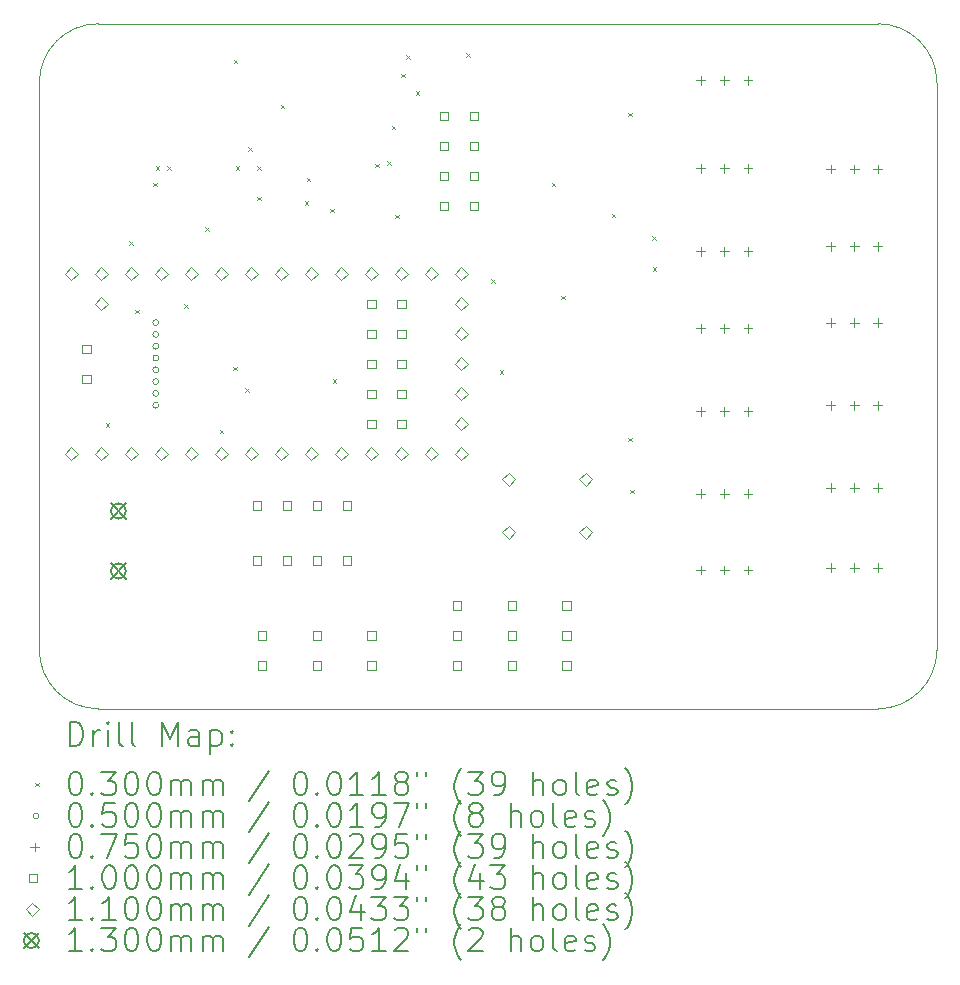
<source format=gbr>
%TF.GenerationSoftware,KiCad,Pcbnew,8.0.7*%
%TF.CreationDate,2024-12-26T23:36:28+07:00*%
%TF.ProjectId,Teensy4.0PCB,5465656e-7379-4342-9e30-5043422e6b69,rev?*%
%TF.SameCoordinates,Original*%
%TF.FileFunction,Drillmap*%
%TF.FilePolarity,Positive*%
%FSLAX45Y45*%
G04 Gerber Fmt 4.5, Leading zero omitted, Abs format (unit mm)*
G04 Created by KiCad (PCBNEW 8.0.7) date 2024-12-26 23:36:28*
%MOMM*%
%LPD*%
G01*
G04 APERTURE LIST*
%ADD10C,0.050000*%
%ADD11C,0.200000*%
%ADD12C,0.100000*%
%ADD13C,0.110000*%
%ADD14C,0.130000*%
G04 APERTURE END LIST*
D10*
X18000000Y-6620000D02*
X11400000Y-6620000D01*
X18500000Y-11920000D02*
X18500000Y-7120000D01*
X11400000Y-12420000D02*
G75*
G02*
X10900000Y-11920000I0J500000D01*
G01*
X11400000Y-12420000D02*
X18000000Y-12420000D01*
X18500000Y-11920000D02*
G75*
G02*
X18000000Y-12420000I-500000J0D01*
G01*
X10900000Y-7120000D02*
G75*
G02*
X11400000Y-6620000I500000J0D01*
G01*
X10900000Y-7120000D02*
X10900000Y-11920000D01*
X18000000Y-6620000D02*
G75*
G02*
X18500000Y-7120000I0J-500000D01*
G01*
D11*
D12*
X11461000Y-10003000D02*
X11491000Y-10033000D01*
X11491000Y-10003000D02*
X11461000Y-10033000D01*
X11660000Y-8460000D02*
X11690000Y-8490000D01*
X11690000Y-8460000D02*
X11660000Y-8490000D01*
X11714000Y-9040000D02*
X11744000Y-9070000D01*
X11744000Y-9040000D02*
X11714000Y-9070000D01*
X11865000Y-7965000D02*
X11895000Y-7995000D01*
X11895000Y-7965000D02*
X11865000Y-7995000D01*
X11885000Y-7825000D02*
X11915000Y-7855000D01*
X11915000Y-7825000D02*
X11885000Y-7855000D01*
X11985000Y-7825000D02*
X12015000Y-7855000D01*
X12015000Y-7825000D02*
X11985000Y-7855000D01*
X12129000Y-8995000D02*
X12159000Y-9025000D01*
X12159000Y-8995000D02*
X12129000Y-9025000D01*
X12305000Y-8345000D02*
X12335000Y-8375000D01*
X12335000Y-8345000D02*
X12305000Y-8375000D01*
X12429500Y-10058500D02*
X12459500Y-10088500D01*
X12459500Y-10058500D02*
X12429500Y-10088500D01*
X12540497Y-9523000D02*
X12570497Y-9553000D01*
X12570497Y-9523000D02*
X12540497Y-9553000D01*
X12545000Y-6925000D02*
X12575000Y-6955000D01*
X12575000Y-6925000D02*
X12545000Y-6955000D01*
X12565000Y-7825000D02*
X12595000Y-7855000D01*
X12595000Y-7825000D02*
X12565000Y-7855000D01*
X12645000Y-9705000D02*
X12675000Y-9735000D01*
X12675000Y-9705000D02*
X12645000Y-9735000D01*
X12667302Y-7665219D02*
X12697302Y-7695219D01*
X12697302Y-7665219D02*
X12667302Y-7695219D01*
X12745000Y-7825000D02*
X12775000Y-7855000D01*
X12775000Y-7825000D02*
X12745000Y-7855000D01*
X12745000Y-8085000D02*
X12775000Y-8115000D01*
X12775000Y-8085000D02*
X12745000Y-8115000D01*
X12945000Y-7305000D02*
X12975000Y-7335000D01*
X12975000Y-7305000D02*
X12945000Y-7335000D01*
X13147000Y-8121000D02*
X13177000Y-8151000D01*
X13177000Y-8121000D02*
X13147000Y-8151000D01*
X13165000Y-7925000D02*
X13195000Y-7955000D01*
X13195000Y-7925000D02*
X13165000Y-7955000D01*
X13363000Y-8186000D02*
X13393000Y-8216000D01*
X13393000Y-8186000D02*
X13363000Y-8216000D01*
X13386000Y-9628000D02*
X13416000Y-9658000D01*
X13416000Y-9628000D02*
X13386000Y-9658000D01*
X13745000Y-7805000D02*
X13775000Y-7835000D01*
X13775000Y-7805000D02*
X13745000Y-7835000D01*
X13845000Y-7785000D02*
X13875000Y-7815000D01*
X13875000Y-7785000D02*
X13845000Y-7815000D01*
X13885000Y-7485000D02*
X13915000Y-7515000D01*
X13915000Y-7485000D02*
X13885000Y-7515000D01*
X13913750Y-8236250D02*
X13943750Y-8266250D01*
X13943750Y-8236250D02*
X13913750Y-8266250D01*
X13965000Y-7045000D02*
X13995000Y-7075000D01*
X13995000Y-7045000D02*
X13965000Y-7075000D01*
X14005000Y-6885000D02*
X14035000Y-6915000D01*
X14035000Y-6885000D02*
X14005000Y-6915000D01*
X14087000Y-7192000D02*
X14117000Y-7222000D01*
X14117000Y-7192000D02*
X14087000Y-7222000D01*
X14513000Y-6871000D02*
X14543000Y-6901000D01*
X14543000Y-6871000D02*
X14513000Y-6901000D01*
X14725000Y-8785000D02*
X14755000Y-8815000D01*
X14755000Y-8785000D02*
X14725000Y-8815000D01*
X14800000Y-9553000D02*
X14830000Y-9583000D01*
X14830000Y-9553000D02*
X14800000Y-9583000D01*
X15238000Y-7968000D02*
X15268000Y-7998000D01*
X15268000Y-7968000D02*
X15238000Y-7998000D01*
X15318000Y-8923000D02*
X15348000Y-8953000D01*
X15348000Y-8923000D02*
X15318000Y-8953000D01*
X15747000Y-8229000D02*
X15777000Y-8259000D01*
X15777000Y-8229000D02*
X15747000Y-8259000D01*
X15885000Y-7374000D02*
X15915000Y-7404000D01*
X15915000Y-7374000D02*
X15885000Y-7404000D01*
X15888000Y-10124000D02*
X15918000Y-10154000D01*
X15918000Y-10124000D02*
X15888000Y-10154000D01*
X15905000Y-10565000D02*
X15935000Y-10595000D01*
X15935000Y-10565000D02*
X15905000Y-10595000D01*
X16088000Y-8417000D02*
X16118000Y-8447000D01*
X16118000Y-8417000D02*
X16088000Y-8447000D01*
X16092000Y-8681000D02*
X16122000Y-8711000D01*
X16122000Y-8681000D02*
X16092000Y-8711000D01*
X11911340Y-9150000D02*
G75*
G02*
X11861340Y-9150000I-25000J0D01*
G01*
X11861340Y-9150000D02*
G75*
G02*
X11911340Y-9150000I25000J0D01*
G01*
X11911340Y-9250000D02*
G75*
G02*
X11861340Y-9250000I-25000J0D01*
G01*
X11861340Y-9250000D02*
G75*
G02*
X11911340Y-9250000I25000J0D01*
G01*
X11911340Y-9350000D02*
G75*
G02*
X11861340Y-9350000I-25000J0D01*
G01*
X11861340Y-9350000D02*
G75*
G02*
X11911340Y-9350000I25000J0D01*
G01*
X11911340Y-9450000D02*
G75*
G02*
X11861340Y-9450000I-25000J0D01*
G01*
X11861340Y-9450000D02*
G75*
G02*
X11911340Y-9450000I25000J0D01*
G01*
X11911340Y-9550000D02*
G75*
G02*
X11861340Y-9550000I-25000J0D01*
G01*
X11861340Y-9550000D02*
G75*
G02*
X11911340Y-9550000I25000J0D01*
G01*
X11911340Y-9650000D02*
G75*
G02*
X11861340Y-9650000I-25000J0D01*
G01*
X11861340Y-9650000D02*
G75*
G02*
X11911340Y-9650000I25000J0D01*
G01*
X11911340Y-9750000D02*
G75*
G02*
X11861340Y-9750000I-25000J0D01*
G01*
X11861340Y-9750000D02*
G75*
G02*
X11911340Y-9750000I25000J0D01*
G01*
X11911340Y-9850000D02*
G75*
G02*
X11861340Y-9850000I-25000J0D01*
G01*
X11861340Y-9850000D02*
G75*
G02*
X11911340Y-9850000I25000J0D01*
G01*
X16500000Y-7062500D02*
X16500000Y-7137500D01*
X16462500Y-7100000D02*
X16537500Y-7100000D01*
X16500000Y-7807500D02*
X16500000Y-7882500D01*
X16462500Y-7845000D02*
X16537500Y-7845000D01*
X16500000Y-8507500D02*
X16500000Y-8582500D01*
X16462500Y-8545000D02*
X16537500Y-8545000D01*
X16500000Y-9162500D02*
X16500000Y-9237500D01*
X16462500Y-9200000D02*
X16537500Y-9200000D01*
X16500000Y-9862500D02*
X16500000Y-9937500D01*
X16462500Y-9900000D02*
X16537500Y-9900000D01*
X16500000Y-10562500D02*
X16500000Y-10637500D01*
X16462500Y-10600000D02*
X16537500Y-10600000D01*
X16500000Y-11207500D02*
X16500000Y-11282500D01*
X16462500Y-11245000D02*
X16537500Y-11245000D01*
X16700000Y-7062500D02*
X16700000Y-7137500D01*
X16662500Y-7100000D02*
X16737500Y-7100000D01*
X16700000Y-7807500D02*
X16700000Y-7882500D01*
X16662500Y-7845000D02*
X16737500Y-7845000D01*
X16700000Y-8507500D02*
X16700000Y-8582500D01*
X16662500Y-8545000D02*
X16737500Y-8545000D01*
X16700000Y-9162500D02*
X16700000Y-9237500D01*
X16662500Y-9200000D02*
X16737500Y-9200000D01*
X16700000Y-9862500D02*
X16700000Y-9937500D01*
X16662500Y-9900000D02*
X16737500Y-9900000D01*
X16700000Y-10562500D02*
X16700000Y-10637500D01*
X16662500Y-10600000D02*
X16737500Y-10600000D01*
X16700000Y-11207500D02*
X16700000Y-11282500D01*
X16662500Y-11245000D02*
X16737500Y-11245000D01*
X16900000Y-7062500D02*
X16900000Y-7137500D01*
X16862500Y-7100000D02*
X16937500Y-7100000D01*
X16900000Y-7807500D02*
X16900000Y-7882500D01*
X16862500Y-7845000D02*
X16937500Y-7845000D01*
X16900000Y-8507500D02*
X16900000Y-8582500D01*
X16862500Y-8545000D02*
X16937500Y-8545000D01*
X16900000Y-9162500D02*
X16900000Y-9237500D01*
X16862500Y-9200000D02*
X16937500Y-9200000D01*
X16900000Y-9862500D02*
X16900000Y-9937500D01*
X16862500Y-9900000D02*
X16937500Y-9900000D01*
X16900000Y-10562500D02*
X16900000Y-10637500D01*
X16862500Y-10600000D02*
X16937500Y-10600000D01*
X16900000Y-11207500D02*
X16900000Y-11282500D01*
X16862500Y-11245000D02*
X16937500Y-11245000D01*
X17600000Y-7812500D02*
X17600000Y-7887500D01*
X17562500Y-7850000D02*
X17637500Y-7850000D01*
X17600000Y-8467500D02*
X17600000Y-8542500D01*
X17562500Y-8505000D02*
X17637500Y-8505000D01*
X17600000Y-9112500D02*
X17600000Y-9187500D01*
X17562500Y-9150000D02*
X17637500Y-9150000D01*
X17600000Y-9812500D02*
X17600000Y-9887500D01*
X17562500Y-9850000D02*
X17637500Y-9850000D01*
X17600000Y-10512500D02*
X17600000Y-10587500D01*
X17562500Y-10550000D02*
X17637500Y-10550000D01*
X17600000Y-11187500D02*
X17600000Y-11262500D01*
X17562500Y-11225000D02*
X17637500Y-11225000D01*
X17800000Y-7812500D02*
X17800000Y-7887500D01*
X17762500Y-7850000D02*
X17837500Y-7850000D01*
X17800000Y-8467500D02*
X17800000Y-8542500D01*
X17762500Y-8505000D02*
X17837500Y-8505000D01*
X17800000Y-9112500D02*
X17800000Y-9187500D01*
X17762500Y-9150000D02*
X17837500Y-9150000D01*
X17800000Y-9812500D02*
X17800000Y-9887500D01*
X17762500Y-9850000D02*
X17837500Y-9850000D01*
X17800000Y-10512500D02*
X17800000Y-10587500D01*
X17762500Y-10550000D02*
X17837500Y-10550000D01*
X17800000Y-11187500D02*
X17800000Y-11262500D01*
X17762500Y-11225000D02*
X17837500Y-11225000D01*
X18000000Y-7812500D02*
X18000000Y-7887500D01*
X17962500Y-7850000D02*
X18037500Y-7850000D01*
X18000000Y-8467500D02*
X18000000Y-8542500D01*
X17962500Y-8505000D02*
X18037500Y-8505000D01*
X18000000Y-9112500D02*
X18000000Y-9187500D01*
X17962500Y-9150000D02*
X18037500Y-9150000D01*
X18000000Y-9812500D02*
X18000000Y-9887500D01*
X17962500Y-9850000D02*
X18037500Y-9850000D01*
X18000000Y-10512500D02*
X18000000Y-10587500D01*
X17962500Y-10550000D02*
X18037500Y-10550000D01*
X18000000Y-11187500D02*
X18000000Y-11262500D01*
X17962500Y-11225000D02*
X18037500Y-11225000D01*
X11334856Y-9408356D02*
X11334856Y-9337644D01*
X11264144Y-9337644D01*
X11264144Y-9408356D01*
X11334856Y-9408356D01*
X11334856Y-9662356D02*
X11334856Y-9591644D01*
X11264144Y-9591644D01*
X11264144Y-9662356D01*
X11334856Y-9662356D01*
X12781356Y-10735356D02*
X12781356Y-10664644D01*
X12710644Y-10664644D01*
X12710644Y-10735356D01*
X12781356Y-10735356D01*
X12781356Y-11200356D02*
X12781356Y-11129644D01*
X12710644Y-11129644D01*
X12710644Y-11200356D01*
X12781356Y-11200356D01*
X12819356Y-11834356D02*
X12819356Y-11763644D01*
X12748644Y-11763644D01*
X12748644Y-11834356D01*
X12819356Y-11834356D01*
X12819356Y-12088356D02*
X12819356Y-12017644D01*
X12748644Y-12017644D01*
X12748644Y-12088356D01*
X12819356Y-12088356D01*
X13035356Y-10735356D02*
X13035356Y-10664644D01*
X12964644Y-10664644D01*
X12964644Y-10735356D01*
X13035356Y-10735356D01*
X13035356Y-11200356D02*
X13035356Y-11129644D01*
X12964644Y-11129644D01*
X12964644Y-11200356D01*
X13035356Y-11200356D01*
X13284356Y-11834356D02*
X13284356Y-11763644D01*
X13213644Y-11763644D01*
X13213644Y-11834356D01*
X13284356Y-11834356D01*
X13284356Y-12088356D02*
X13284356Y-12017644D01*
X13213644Y-12017644D01*
X13213644Y-12088356D01*
X13284356Y-12088356D01*
X13289356Y-10735356D02*
X13289356Y-10664644D01*
X13218644Y-10664644D01*
X13218644Y-10735356D01*
X13289356Y-10735356D01*
X13289356Y-11200356D02*
X13289356Y-11129644D01*
X13218644Y-11129644D01*
X13218644Y-11200356D01*
X13289356Y-11200356D01*
X13543356Y-10735356D02*
X13543356Y-10664644D01*
X13472644Y-10664644D01*
X13472644Y-10735356D01*
X13543356Y-10735356D01*
X13543356Y-11200356D02*
X13543356Y-11129644D01*
X13472644Y-11129644D01*
X13472644Y-11200356D01*
X13543356Y-11200356D01*
X13747856Y-9027356D02*
X13747856Y-8956644D01*
X13677144Y-8956644D01*
X13677144Y-9027356D01*
X13747856Y-9027356D01*
X13747856Y-9281356D02*
X13747856Y-9210644D01*
X13677144Y-9210644D01*
X13677144Y-9281356D01*
X13747856Y-9281356D01*
X13747856Y-9535356D02*
X13747856Y-9464644D01*
X13677144Y-9464644D01*
X13677144Y-9535356D01*
X13747856Y-9535356D01*
X13747856Y-9789356D02*
X13747856Y-9718644D01*
X13677144Y-9718644D01*
X13677144Y-9789356D01*
X13747856Y-9789356D01*
X13747856Y-10043356D02*
X13747856Y-9972644D01*
X13677144Y-9972644D01*
X13677144Y-10043356D01*
X13747856Y-10043356D01*
X13749356Y-11834356D02*
X13749356Y-11763644D01*
X13678644Y-11763644D01*
X13678644Y-11834356D01*
X13749356Y-11834356D01*
X13749356Y-12088356D02*
X13749356Y-12017644D01*
X13678644Y-12017644D01*
X13678644Y-12088356D01*
X13749356Y-12088356D01*
X14001856Y-9027356D02*
X14001856Y-8956644D01*
X13931144Y-8956644D01*
X13931144Y-9027356D01*
X14001856Y-9027356D01*
X14001856Y-9281356D02*
X14001856Y-9210644D01*
X13931144Y-9210644D01*
X13931144Y-9281356D01*
X14001856Y-9281356D01*
X14001856Y-9535356D02*
X14001856Y-9464644D01*
X13931144Y-9464644D01*
X13931144Y-9535356D01*
X14001856Y-9535356D01*
X14001856Y-9789356D02*
X14001856Y-9718644D01*
X13931144Y-9718644D01*
X13931144Y-9789356D01*
X14001856Y-9789356D01*
X14001856Y-10043356D02*
X14001856Y-9972644D01*
X13931144Y-9972644D01*
X13931144Y-10043356D01*
X14001856Y-10043356D01*
X14360306Y-7435856D02*
X14360306Y-7365144D01*
X14289594Y-7365144D01*
X14289594Y-7435856D01*
X14360306Y-7435856D01*
X14360306Y-7689856D02*
X14360306Y-7619144D01*
X14289594Y-7619144D01*
X14289594Y-7689856D01*
X14360306Y-7689856D01*
X14360306Y-7943856D02*
X14360306Y-7873144D01*
X14289594Y-7873144D01*
X14289594Y-7943856D01*
X14360306Y-7943856D01*
X14360306Y-8197856D02*
X14360306Y-8127144D01*
X14289594Y-8127144D01*
X14289594Y-8197856D01*
X14360306Y-8197856D01*
X14470356Y-11581356D02*
X14470356Y-11510644D01*
X14399644Y-11510644D01*
X14399644Y-11581356D01*
X14470356Y-11581356D01*
X14470356Y-11835356D02*
X14470356Y-11764644D01*
X14399644Y-11764644D01*
X14399644Y-11835356D01*
X14470356Y-11835356D01*
X14470356Y-12089356D02*
X14470356Y-12018644D01*
X14399644Y-12018644D01*
X14399644Y-12089356D01*
X14470356Y-12089356D01*
X14614306Y-7435856D02*
X14614306Y-7365144D01*
X14543594Y-7365144D01*
X14543594Y-7435856D01*
X14614306Y-7435856D01*
X14614306Y-7689856D02*
X14614306Y-7619144D01*
X14543594Y-7619144D01*
X14543594Y-7689856D01*
X14614306Y-7689856D01*
X14614306Y-7943856D02*
X14614306Y-7873144D01*
X14543594Y-7873144D01*
X14543594Y-7943856D01*
X14614306Y-7943856D01*
X14614306Y-8197856D02*
X14614306Y-8127144D01*
X14543594Y-8127144D01*
X14543594Y-8197856D01*
X14614306Y-8197856D01*
X14935356Y-11581356D02*
X14935356Y-11510644D01*
X14864644Y-11510644D01*
X14864644Y-11581356D01*
X14935356Y-11581356D01*
X14935356Y-11835356D02*
X14935356Y-11764644D01*
X14864644Y-11764644D01*
X14864644Y-11835356D01*
X14935356Y-11835356D01*
X14935356Y-12089356D02*
X14935356Y-12018644D01*
X14864644Y-12018644D01*
X14864644Y-12089356D01*
X14935356Y-12089356D01*
X15400356Y-11581356D02*
X15400356Y-11510644D01*
X15329644Y-11510644D01*
X15329644Y-11581356D01*
X15400356Y-11581356D01*
X15400356Y-11835356D02*
X15400356Y-11764644D01*
X15329644Y-11764644D01*
X15329644Y-11835356D01*
X15400356Y-11835356D01*
X15400356Y-12089356D02*
X15400356Y-12018644D01*
X15329644Y-12018644D01*
X15329644Y-12089356D01*
X15400356Y-12089356D01*
D13*
X11172500Y-8793000D02*
X11227500Y-8738000D01*
X11172500Y-8683000D01*
X11117500Y-8738000D01*
X11172500Y-8793000D01*
X11172500Y-10317000D02*
X11227500Y-10262000D01*
X11172500Y-10207000D01*
X11117500Y-10262000D01*
X11172500Y-10317000D01*
X11426500Y-8793000D02*
X11481500Y-8738000D01*
X11426500Y-8683000D01*
X11371500Y-8738000D01*
X11426500Y-8793000D01*
X11426500Y-9047000D02*
X11481500Y-8992000D01*
X11426500Y-8937000D01*
X11371500Y-8992000D01*
X11426500Y-9047000D01*
X11426500Y-10317000D02*
X11481500Y-10262000D01*
X11426500Y-10207000D01*
X11371500Y-10262000D01*
X11426500Y-10317000D01*
X11680500Y-8793000D02*
X11735500Y-8738000D01*
X11680500Y-8683000D01*
X11625500Y-8738000D01*
X11680500Y-8793000D01*
X11680500Y-10317000D02*
X11735500Y-10262000D01*
X11680500Y-10207000D01*
X11625500Y-10262000D01*
X11680500Y-10317000D01*
X11934500Y-8793000D02*
X11989500Y-8738000D01*
X11934500Y-8683000D01*
X11879500Y-8738000D01*
X11934500Y-8793000D01*
X11934500Y-10317000D02*
X11989500Y-10262000D01*
X11934500Y-10207000D01*
X11879500Y-10262000D01*
X11934500Y-10317000D01*
X12188500Y-8793000D02*
X12243500Y-8738000D01*
X12188500Y-8683000D01*
X12133500Y-8738000D01*
X12188500Y-8793000D01*
X12188500Y-10317000D02*
X12243500Y-10262000D01*
X12188500Y-10207000D01*
X12133500Y-10262000D01*
X12188500Y-10317000D01*
X12442500Y-8793000D02*
X12497500Y-8738000D01*
X12442500Y-8683000D01*
X12387500Y-8738000D01*
X12442500Y-8793000D01*
X12442500Y-10317000D02*
X12497500Y-10262000D01*
X12442500Y-10207000D01*
X12387500Y-10262000D01*
X12442500Y-10317000D01*
X12696500Y-8793000D02*
X12751500Y-8738000D01*
X12696500Y-8683000D01*
X12641500Y-8738000D01*
X12696500Y-8793000D01*
X12696500Y-10317000D02*
X12751500Y-10262000D01*
X12696500Y-10207000D01*
X12641500Y-10262000D01*
X12696500Y-10317000D01*
X12950500Y-8793000D02*
X13005500Y-8738000D01*
X12950500Y-8683000D01*
X12895500Y-8738000D01*
X12950500Y-8793000D01*
X12950500Y-10317000D02*
X13005500Y-10262000D01*
X12950500Y-10207000D01*
X12895500Y-10262000D01*
X12950500Y-10317000D01*
X13204500Y-8793000D02*
X13259500Y-8738000D01*
X13204500Y-8683000D01*
X13149500Y-8738000D01*
X13204500Y-8793000D01*
X13204500Y-10317000D02*
X13259500Y-10262000D01*
X13204500Y-10207000D01*
X13149500Y-10262000D01*
X13204500Y-10317000D01*
X13458500Y-8793000D02*
X13513500Y-8738000D01*
X13458500Y-8683000D01*
X13403500Y-8738000D01*
X13458500Y-8793000D01*
X13458500Y-10317000D02*
X13513500Y-10262000D01*
X13458500Y-10207000D01*
X13403500Y-10262000D01*
X13458500Y-10317000D01*
X13712500Y-8793000D02*
X13767500Y-8738000D01*
X13712500Y-8683000D01*
X13657500Y-8738000D01*
X13712500Y-8793000D01*
X13712500Y-10317000D02*
X13767500Y-10262000D01*
X13712500Y-10207000D01*
X13657500Y-10262000D01*
X13712500Y-10317000D01*
X13966500Y-8793000D02*
X14021500Y-8738000D01*
X13966500Y-8683000D01*
X13911500Y-8738000D01*
X13966500Y-8793000D01*
X13966500Y-10317000D02*
X14021500Y-10262000D01*
X13966500Y-10207000D01*
X13911500Y-10262000D01*
X13966500Y-10317000D01*
X14220500Y-8793000D02*
X14275500Y-8738000D01*
X14220500Y-8683000D01*
X14165500Y-8738000D01*
X14220500Y-8793000D01*
X14220500Y-10317000D02*
X14275500Y-10262000D01*
X14220500Y-10207000D01*
X14165500Y-10262000D01*
X14220500Y-10317000D01*
X14474500Y-8793000D02*
X14529500Y-8738000D01*
X14474500Y-8683000D01*
X14419500Y-8738000D01*
X14474500Y-8793000D01*
X14474500Y-9047000D02*
X14529500Y-8992000D01*
X14474500Y-8937000D01*
X14419500Y-8992000D01*
X14474500Y-9047000D01*
X14474500Y-9301000D02*
X14529500Y-9246000D01*
X14474500Y-9191000D01*
X14419500Y-9246000D01*
X14474500Y-9301000D01*
X14474500Y-9555000D02*
X14529500Y-9500000D01*
X14474500Y-9445000D01*
X14419500Y-9500000D01*
X14474500Y-9555000D01*
X14474500Y-9809000D02*
X14529500Y-9754000D01*
X14474500Y-9699000D01*
X14419500Y-9754000D01*
X14474500Y-9809000D01*
X14474500Y-10063000D02*
X14529500Y-10008000D01*
X14474500Y-9953000D01*
X14419500Y-10008000D01*
X14474500Y-10063000D01*
X14474500Y-10317000D02*
X14529500Y-10262000D01*
X14474500Y-10207000D01*
X14419500Y-10262000D01*
X14474500Y-10317000D01*
X14875000Y-10530000D02*
X14930000Y-10475000D01*
X14875000Y-10420000D01*
X14820000Y-10475000D01*
X14875000Y-10530000D01*
X14875000Y-10980000D02*
X14930000Y-10925000D01*
X14875000Y-10870000D01*
X14820000Y-10925000D01*
X14875000Y-10980000D01*
X15525000Y-10530000D02*
X15580000Y-10475000D01*
X15525000Y-10420000D01*
X15470000Y-10475000D01*
X15525000Y-10530000D01*
X15525000Y-10980000D02*
X15580000Y-10925000D01*
X15525000Y-10870000D01*
X15470000Y-10925000D01*
X15525000Y-10980000D01*
D14*
X11504500Y-10680500D02*
X11634500Y-10810500D01*
X11634500Y-10680500D02*
X11504500Y-10810500D01*
X11634500Y-10745500D02*
G75*
G02*
X11504500Y-10745500I-65000J0D01*
G01*
X11504500Y-10745500D02*
G75*
G02*
X11634500Y-10745500I65000J0D01*
G01*
X11504500Y-11188500D02*
X11634500Y-11318500D01*
X11634500Y-11188500D02*
X11504500Y-11318500D01*
X11634500Y-11253500D02*
G75*
G02*
X11504500Y-11253500I-65000J0D01*
G01*
X11504500Y-11253500D02*
G75*
G02*
X11634500Y-11253500I65000J0D01*
G01*
D11*
X11158277Y-12733984D02*
X11158277Y-12533984D01*
X11158277Y-12533984D02*
X11205896Y-12533984D01*
X11205896Y-12533984D02*
X11234467Y-12543508D01*
X11234467Y-12543508D02*
X11253515Y-12562555D01*
X11253515Y-12562555D02*
X11263039Y-12581603D01*
X11263039Y-12581603D02*
X11272562Y-12619698D01*
X11272562Y-12619698D02*
X11272562Y-12648269D01*
X11272562Y-12648269D02*
X11263039Y-12686365D01*
X11263039Y-12686365D02*
X11253515Y-12705412D01*
X11253515Y-12705412D02*
X11234467Y-12724460D01*
X11234467Y-12724460D02*
X11205896Y-12733984D01*
X11205896Y-12733984D02*
X11158277Y-12733984D01*
X11358277Y-12733984D02*
X11358277Y-12600650D01*
X11358277Y-12638746D02*
X11367801Y-12619698D01*
X11367801Y-12619698D02*
X11377324Y-12610174D01*
X11377324Y-12610174D02*
X11396372Y-12600650D01*
X11396372Y-12600650D02*
X11415420Y-12600650D01*
X11482086Y-12733984D02*
X11482086Y-12600650D01*
X11482086Y-12533984D02*
X11472562Y-12543508D01*
X11472562Y-12543508D02*
X11482086Y-12553031D01*
X11482086Y-12553031D02*
X11491610Y-12543508D01*
X11491610Y-12543508D02*
X11482086Y-12533984D01*
X11482086Y-12533984D02*
X11482086Y-12553031D01*
X11605896Y-12733984D02*
X11586848Y-12724460D01*
X11586848Y-12724460D02*
X11577324Y-12705412D01*
X11577324Y-12705412D02*
X11577324Y-12533984D01*
X11710658Y-12733984D02*
X11691610Y-12724460D01*
X11691610Y-12724460D02*
X11682086Y-12705412D01*
X11682086Y-12705412D02*
X11682086Y-12533984D01*
X11939229Y-12733984D02*
X11939229Y-12533984D01*
X11939229Y-12533984D02*
X12005896Y-12676841D01*
X12005896Y-12676841D02*
X12072562Y-12533984D01*
X12072562Y-12533984D02*
X12072562Y-12733984D01*
X12253515Y-12733984D02*
X12253515Y-12629222D01*
X12253515Y-12629222D02*
X12243991Y-12610174D01*
X12243991Y-12610174D02*
X12224943Y-12600650D01*
X12224943Y-12600650D02*
X12186848Y-12600650D01*
X12186848Y-12600650D02*
X12167801Y-12610174D01*
X12253515Y-12724460D02*
X12234467Y-12733984D01*
X12234467Y-12733984D02*
X12186848Y-12733984D01*
X12186848Y-12733984D02*
X12167801Y-12724460D01*
X12167801Y-12724460D02*
X12158277Y-12705412D01*
X12158277Y-12705412D02*
X12158277Y-12686365D01*
X12158277Y-12686365D02*
X12167801Y-12667317D01*
X12167801Y-12667317D02*
X12186848Y-12657793D01*
X12186848Y-12657793D02*
X12234467Y-12657793D01*
X12234467Y-12657793D02*
X12253515Y-12648269D01*
X12348753Y-12600650D02*
X12348753Y-12800650D01*
X12348753Y-12610174D02*
X12367801Y-12600650D01*
X12367801Y-12600650D02*
X12405896Y-12600650D01*
X12405896Y-12600650D02*
X12424943Y-12610174D01*
X12424943Y-12610174D02*
X12434467Y-12619698D01*
X12434467Y-12619698D02*
X12443991Y-12638746D01*
X12443991Y-12638746D02*
X12443991Y-12695888D01*
X12443991Y-12695888D02*
X12434467Y-12714936D01*
X12434467Y-12714936D02*
X12424943Y-12724460D01*
X12424943Y-12724460D02*
X12405896Y-12733984D01*
X12405896Y-12733984D02*
X12367801Y-12733984D01*
X12367801Y-12733984D02*
X12348753Y-12724460D01*
X12529705Y-12714936D02*
X12539229Y-12724460D01*
X12539229Y-12724460D02*
X12529705Y-12733984D01*
X12529705Y-12733984D02*
X12520182Y-12724460D01*
X12520182Y-12724460D02*
X12529705Y-12714936D01*
X12529705Y-12714936D02*
X12529705Y-12733984D01*
X12529705Y-12610174D02*
X12539229Y-12619698D01*
X12539229Y-12619698D02*
X12529705Y-12629222D01*
X12529705Y-12629222D02*
X12520182Y-12619698D01*
X12520182Y-12619698D02*
X12529705Y-12610174D01*
X12529705Y-12610174D02*
X12529705Y-12629222D01*
D12*
X10867500Y-13047500D02*
X10897500Y-13077500D01*
X10897500Y-13047500D02*
X10867500Y-13077500D01*
D11*
X11196372Y-12953984D02*
X11215420Y-12953984D01*
X11215420Y-12953984D02*
X11234467Y-12963508D01*
X11234467Y-12963508D02*
X11243991Y-12973031D01*
X11243991Y-12973031D02*
X11253515Y-12992079D01*
X11253515Y-12992079D02*
X11263039Y-13030174D01*
X11263039Y-13030174D02*
X11263039Y-13077793D01*
X11263039Y-13077793D02*
X11253515Y-13115888D01*
X11253515Y-13115888D02*
X11243991Y-13134936D01*
X11243991Y-13134936D02*
X11234467Y-13144460D01*
X11234467Y-13144460D02*
X11215420Y-13153984D01*
X11215420Y-13153984D02*
X11196372Y-13153984D01*
X11196372Y-13153984D02*
X11177324Y-13144460D01*
X11177324Y-13144460D02*
X11167801Y-13134936D01*
X11167801Y-13134936D02*
X11158277Y-13115888D01*
X11158277Y-13115888D02*
X11148753Y-13077793D01*
X11148753Y-13077793D02*
X11148753Y-13030174D01*
X11148753Y-13030174D02*
X11158277Y-12992079D01*
X11158277Y-12992079D02*
X11167801Y-12973031D01*
X11167801Y-12973031D02*
X11177324Y-12963508D01*
X11177324Y-12963508D02*
X11196372Y-12953984D01*
X11348753Y-13134936D02*
X11358277Y-13144460D01*
X11358277Y-13144460D02*
X11348753Y-13153984D01*
X11348753Y-13153984D02*
X11339229Y-13144460D01*
X11339229Y-13144460D02*
X11348753Y-13134936D01*
X11348753Y-13134936D02*
X11348753Y-13153984D01*
X11424943Y-12953984D02*
X11548753Y-12953984D01*
X11548753Y-12953984D02*
X11482086Y-13030174D01*
X11482086Y-13030174D02*
X11510658Y-13030174D01*
X11510658Y-13030174D02*
X11529705Y-13039698D01*
X11529705Y-13039698D02*
X11539229Y-13049222D01*
X11539229Y-13049222D02*
X11548753Y-13068269D01*
X11548753Y-13068269D02*
X11548753Y-13115888D01*
X11548753Y-13115888D02*
X11539229Y-13134936D01*
X11539229Y-13134936D02*
X11529705Y-13144460D01*
X11529705Y-13144460D02*
X11510658Y-13153984D01*
X11510658Y-13153984D02*
X11453515Y-13153984D01*
X11453515Y-13153984D02*
X11434467Y-13144460D01*
X11434467Y-13144460D02*
X11424943Y-13134936D01*
X11672562Y-12953984D02*
X11691610Y-12953984D01*
X11691610Y-12953984D02*
X11710658Y-12963508D01*
X11710658Y-12963508D02*
X11720182Y-12973031D01*
X11720182Y-12973031D02*
X11729705Y-12992079D01*
X11729705Y-12992079D02*
X11739229Y-13030174D01*
X11739229Y-13030174D02*
X11739229Y-13077793D01*
X11739229Y-13077793D02*
X11729705Y-13115888D01*
X11729705Y-13115888D02*
X11720182Y-13134936D01*
X11720182Y-13134936D02*
X11710658Y-13144460D01*
X11710658Y-13144460D02*
X11691610Y-13153984D01*
X11691610Y-13153984D02*
X11672562Y-13153984D01*
X11672562Y-13153984D02*
X11653515Y-13144460D01*
X11653515Y-13144460D02*
X11643991Y-13134936D01*
X11643991Y-13134936D02*
X11634467Y-13115888D01*
X11634467Y-13115888D02*
X11624943Y-13077793D01*
X11624943Y-13077793D02*
X11624943Y-13030174D01*
X11624943Y-13030174D02*
X11634467Y-12992079D01*
X11634467Y-12992079D02*
X11643991Y-12973031D01*
X11643991Y-12973031D02*
X11653515Y-12963508D01*
X11653515Y-12963508D02*
X11672562Y-12953984D01*
X11863039Y-12953984D02*
X11882086Y-12953984D01*
X11882086Y-12953984D02*
X11901134Y-12963508D01*
X11901134Y-12963508D02*
X11910658Y-12973031D01*
X11910658Y-12973031D02*
X11920182Y-12992079D01*
X11920182Y-12992079D02*
X11929705Y-13030174D01*
X11929705Y-13030174D02*
X11929705Y-13077793D01*
X11929705Y-13077793D02*
X11920182Y-13115888D01*
X11920182Y-13115888D02*
X11910658Y-13134936D01*
X11910658Y-13134936D02*
X11901134Y-13144460D01*
X11901134Y-13144460D02*
X11882086Y-13153984D01*
X11882086Y-13153984D02*
X11863039Y-13153984D01*
X11863039Y-13153984D02*
X11843991Y-13144460D01*
X11843991Y-13144460D02*
X11834467Y-13134936D01*
X11834467Y-13134936D02*
X11824943Y-13115888D01*
X11824943Y-13115888D02*
X11815420Y-13077793D01*
X11815420Y-13077793D02*
X11815420Y-13030174D01*
X11815420Y-13030174D02*
X11824943Y-12992079D01*
X11824943Y-12992079D02*
X11834467Y-12973031D01*
X11834467Y-12973031D02*
X11843991Y-12963508D01*
X11843991Y-12963508D02*
X11863039Y-12953984D01*
X12015420Y-13153984D02*
X12015420Y-13020650D01*
X12015420Y-13039698D02*
X12024943Y-13030174D01*
X12024943Y-13030174D02*
X12043991Y-13020650D01*
X12043991Y-13020650D02*
X12072563Y-13020650D01*
X12072563Y-13020650D02*
X12091610Y-13030174D01*
X12091610Y-13030174D02*
X12101134Y-13049222D01*
X12101134Y-13049222D02*
X12101134Y-13153984D01*
X12101134Y-13049222D02*
X12110658Y-13030174D01*
X12110658Y-13030174D02*
X12129705Y-13020650D01*
X12129705Y-13020650D02*
X12158277Y-13020650D01*
X12158277Y-13020650D02*
X12177324Y-13030174D01*
X12177324Y-13030174D02*
X12186848Y-13049222D01*
X12186848Y-13049222D02*
X12186848Y-13153984D01*
X12282086Y-13153984D02*
X12282086Y-13020650D01*
X12282086Y-13039698D02*
X12291610Y-13030174D01*
X12291610Y-13030174D02*
X12310658Y-13020650D01*
X12310658Y-13020650D02*
X12339229Y-13020650D01*
X12339229Y-13020650D02*
X12358277Y-13030174D01*
X12358277Y-13030174D02*
X12367801Y-13049222D01*
X12367801Y-13049222D02*
X12367801Y-13153984D01*
X12367801Y-13049222D02*
X12377324Y-13030174D01*
X12377324Y-13030174D02*
X12396372Y-13020650D01*
X12396372Y-13020650D02*
X12424943Y-13020650D01*
X12424943Y-13020650D02*
X12443991Y-13030174D01*
X12443991Y-13030174D02*
X12453515Y-13049222D01*
X12453515Y-13049222D02*
X12453515Y-13153984D01*
X12843991Y-12944460D02*
X12672563Y-13201603D01*
X13101134Y-12953984D02*
X13120182Y-12953984D01*
X13120182Y-12953984D02*
X13139229Y-12963508D01*
X13139229Y-12963508D02*
X13148753Y-12973031D01*
X13148753Y-12973031D02*
X13158277Y-12992079D01*
X13158277Y-12992079D02*
X13167801Y-13030174D01*
X13167801Y-13030174D02*
X13167801Y-13077793D01*
X13167801Y-13077793D02*
X13158277Y-13115888D01*
X13158277Y-13115888D02*
X13148753Y-13134936D01*
X13148753Y-13134936D02*
X13139229Y-13144460D01*
X13139229Y-13144460D02*
X13120182Y-13153984D01*
X13120182Y-13153984D02*
X13101134Y-13153984D01*
X13101134Y-13153984D02*
X13082086Y-13144460D01*
X13082086Y-13144460D02*
X13072563Y-13134936D01*
X13072563Y-13134936D02*
X13063039Y-13115888D01*
X13063039Y-13115888D02*
X13053515Y-13077793D01*
X13053515Y-13077793D02*
X13053515Y-13030174D01*
X13053515Y-13030174D02*
X13063039Y-12992079D01*
X13063039Y-12992079D02*
X13072563Y-12973031D01*
X13072563Y-12973031D02*
X13082086Y-12963508D01*
X13082086Y-12963508D02*
X13101134Y-12953984D01*
X13253515Y-13134936D02*
X13263039Y-13144460D01*
X13263039Y-13144460D02*
X13253515Y-13153984D01*
X13253515Y-13153984D02*
X13243991Y-13144460D01*
X13243991Y-13144460D02*
X13253515Y-13134936D01*
X13253515Y-13134936D02*
X13253515Y-13153984D01*
X13386848Y-12953984D02*
X13405896Y-12953984D01*
X13405896Y-12953984D02*
X13424944Y-12963508D01*
X13424944Y-12963508D02*
X13434467Y-12973031D01*
X13434467Y-12973031D02*
X13443991Y-12992079D01*
X13443991Y-12992079D02*
X13453515Y-13030174D01*
X13453515Y-13030174D02*
X13453515Y-13077793D01*
X13453515Y-13077793D02*
X13443991Y-13115888D01*
X13443991Y-13115888D02*
X13434467Y-13134936D01*
X13434467Y-13134936D02*
X13424944Y-13144460D01*
X13424944Y-13144460D02*
X13405896Y-13153984D01*
X13405896Y-13153984D02*
X13386848Y-13153984D01*
X13386848Y-13153984D02*
X13367801Y-13144460D01*
X13367801Y-13144460D02*
X13358277Y-13134936D01*
X13358277Y-13134936D02*
X13348753Y-13115888D01*
X13348753Y-13115888D02*
X13339229Y-13077793D01*
X13339229Y-13077793D02*
X13339229Y-13030174D01*
X13339229Y-13030174D02*
X13348753Y-12992079D01*
X13348753Y-12992079D02*
X13358277Y-12973031D01*
X13358277Y-12973031D02*
X13367801Y-12963508D01*
X13367801Y-12963508D02*
X13386848Y-12953984D01*
X13643991Y-13153984D02*
X13529706Y-13153984D01*
X13586848Y-13153984D02*
X13586848Y-12953984D01*
X13586848Y-12953984D02*
X13567801Y-12982555D01*
X13567801Y-12982555D02*
X13548753Y-13001603D01*
X13548753Y-13001603D02*
X13529706Y-13011127D01*
X13834467Y-13153984D02*
X13720182Y-13153984D01*
X13777325Y-13153984D02*
X13777325Y-12953984D01*
X13777325Y-12953984D02*
X13758277Y-12982555D01*
X13758277Y-12982555D02*
X13739229Y-13001603D01*
X13739229Y-13001603D02*
X13720182Y-13011127D01*
X13948753Y-13039698D02*
X13929706Y-13030174D01*
X13929706Y-13030174D02*
X13920182Y-13020650D01*
X13920182Y-13020650D02*
X13910658Y-13001603D01*
X13910658Y-13001603D02*
X13910658Y-12992079D01*
X13910658Y-12992079D02*
X13920182Y-12973031D01*
X13920182Y-12973031D02*
X13929706Y-12963508D01*
X13929706Y-12963508D02*
X13948753Y-12953984D01*
X13948753Y-12953984D02*
X13986848Y-12953984D01*
X13986848Y-12953984D02*
X14005896Y-12963508D01*
X14005896Y-12963508D02*
X14015420Y-12973031D01*
X14015420Y-12973031D02*
X14024944Y-12992079D01*
X14024944Y-12992079D02*
X14024944Y-13001603D01*
X14024944Y-13001603D02*
X14015420Y-13020650D01*
X14015420Y-13020650D02*
X14005896Y-13030174D01*
X14005896Y-13030174D02*
X13986848Y-13039698D01*
X13986848Y-13039698D02*
X13948753Y-13039698D01*
X13948753Y-13039698D02*
X13929706Y-13049222D01*
X13929706Y-13049222D02*
X13920182Y-13058746D01*
X13920182Y-13058746D02*
X13910658Y-13077793D01*
X13910658Y-13077793D02*
X13910658Y-13115888D01*
X13910658Y-13115888D02*
X13920182Y-13134936D01*
X13920182Y-13134936D02*
X13929706Y-13144460D01*
X13929706Y-13144460D02*
X13948753Y-13153984D01*
X13948753Y-13153984D02*
X13986848Y-13153984D01*
X13986848Y-13153984D02*
X14005896Y-13144460D01*
X14005896Y-13144460D02*
X14015420Y-13134936D01*
X14015420Y-13134936D02*
X14024944Y-13115888D01*
X14024944Y-13115888D02*
X14024944Y-13077793D01*
X14024944Y-13077793D02*
X14015420Y-13058746D01*
X14015420Y-13058746D02*
X14005896Y-13049222D01*
X14005896Y-13049222D02*
X13986848Y-13039698D01*
X14101134Y-12953984D02*
X14101134Y-12992079D01*
X14177325Y-12953984D02*
X14177325Y-12992079D01*
X14472563Y-13230174D02*
X14463039Y-13220650D01*
X14463039Y-13220650D02*
X14443991Y-13192079D01*
X14443991Y-13192079D02*
X14434468Y-13173031D01*
X14434468Y-13173031D02*
X14424944Y-13144460D01*
X14424944Y-13144460D02*
X14415420Y-13096841D01*
X14415420Y-13096841D02*
X14415420Y-13058746D01*
X14415420Y-13058746D02*
X14424944Y-13011127D01*
X14424944Y-13011127D02*
X14434468Y-12982555D01*
X14434468Y-12982555D02*
X14443991Y-12963508D01*
X14443991Y-12963508D02*
X14463039Y-12934936D01*
X14463039Y-12934936D02*
X14472563Y-12925412D01*
X14529706Y-12953984D02*
X14653515Y-12953984D01*
X14653515Y-12953984D02*
X14586848Y-13030174D01*
X14586848Y-13030174D02*
X14615420Y-13030174D01*
X14615420Y-13030174D02*
X14634468Y-13039698D01*
X14634468Y-13039698D02*
X14643991Y-13049222D01*
X14643991Y-13049222D02*
X14653515Y-13068269D01*
X14653515Y-13068269D02*
X14653515Y-13115888D01*
X14653515Y-13115888D02*
X14643991Y-13134936D01*
X14643991Y-13134936D02*
X14634468Y-13144460D01*
X14634468Y-13144460D02*
X14615420Y-13153984D01*
X14615420Y-13153984D02*
X14558277Y-13153984D01*
X14558277Y-13153984D02*
X14539229Y-13144460D01*
X14539229Y-13144460D02*
X14529706Y-13134936D01*
X14748753Y-13153984D02*
X14786848Y-13153984D01*
X14786848Y-13153984D02*
X14805896Y-13144460D01*
X14805896Y-13144460D02*
X14815420Y-13134936D01*
X14815420Y-13134936D02*
X14834468Y-13106365D01*
X14834468Y-13106365D02*
X14843991Y-13068269D01*
X14843991Y-13068269D02*
X14843991Y-12992079D01*
X14843991Y-12992079D02*
X14834468Y-12973031D01*
X14834468Y-12973031D02*
X14824944Y-12963508D01*
X14824944Y-12963508D02*
X14805896Y-12953984D01*
X14805896Y-12953984D02*
X14767801Y-12953984D01*
X14767801Y-12953984D02*
X14748753Y-12963508D01*
X14748753Y-12963508D02*
X14739229Y-12973031D01*
X14739229Y-12973031D02*
X14729706Y-12992079D01*
X14729706Y-12992079D02*
X14729706Y-13039698D01*
X14729706Y-13039698D02*
X14739229Y-13058746D01*
X14739229Y-13058746D02*
X14748753Y-13068269D01*
X14748753Y-13068269D02*
X14767801Y-13077793D01*
X14767801Y-13077793D02*
X14805896Y-13077793D01*
X14805896Y-13077793D02*
X14824944Y-13068269D01*
X14824944Y-13068269D02*
X14834468Y-13058746D01*
X14834468Y-13058746D02*
X14843991Y-13039698D01*
X15082087Y-13153984D02*
X15082087Y-12953984D01*
X15167801Y-13153984D02*
X15167801Y-13049222D01*
X15167801Y-13049222D02*
X15158277Y-13030174D01*
X15158277Y-13030174D02*
X15139230Y-13020650D01*
X15139230Y-13020650D02*
X15110658Y-13020650D01*
X15110658Y-13020650D02*
X15091610Y-13030174D01*
X15091610Y-13030174D02*
X15082087Y-13039698D01*
X15291610Y-13153984D02*
X15272563Y-13144460D01*
X15272563Y-13144460D02*
X15263039Y-13134936D01*
X15263039Y-13134936D02*
X15253515Y-13115888D01*
X15253515Y-13115888D02*
X15253515Y-13058746D01*
X15253515Y-13058746D02*
X15263039Y-13039698D01*
X15263039Y-13039698D02*
X15272563Y-13030174D01*
X15272563Y-13030174D02*
X15291610Y-13020650D01*
X15291610Y-13020650D02*
X15320182Y-13020650D01*
X15320182Y-13020650D02*
X15339230Y-13030174D01*
X15339230Y-13030174D02*
X15348753Y-13039698D01*
X15348753Y-13039698D02*
X15358277Y-13058746D01*
X15358277Y-13058746D02*
X15358277Y-13115888D01*
X15358277Y-13115888D02*
X15348753Y-13134936D01*
X15348753Y-13134936D02*
X15339230Y-13144460D01*
X15339230Y-13144460D02*
X15320182Y-13153984D01*
X15320182Y-13153984D02*
X15291610Y-13153984D01*
X15472563Y-13153984D02*
X15453515Y-13144460D01*
X15453515Y-13144460D02*
X15443991Y-13125412D01*
X15443991Y-13125412D02*
X15443991Y-12953984D01*
X15624944Y-13144460D02*
X15605896Y-13153984D01*
X15605896Y-13153984D02*
X15567801Y-13153984D01*
X15567801Y-13153984D02*
X15548753Y-13144460D01*
X15548753Y-13144460D02*
X15539230Y-13125412D01*
X15539230Y-13125412D02*
X15539230Y-13049222D01*
X15539230Y-13049222D02*
X15548753Y-13030174D01*
X15548753Y-13030174D02*
X15567801Y-13020650D01*
X15567801Y-13020650D02*
X15605896Y-13020650D01*
X15605896Y-13020650D02*
X15624944Y-13030174D01*
X15624944Y-13030174D02*
X15634468Y-13049222D01*
X15634468Y-13049222D02*
X15634468Y-13068269D01*
X15634468Y-13068269D02*
X15539230Y-13087317D01*
X15710658Y-13144460D02*
X15729706Y-13153984D01*
X15729706Y-13153984D02*
X15767801Y-13153984D01*
X15767801Y-13153984D02*
X15786849Y-13144460D01*
X15786849Y-13144460D02*
X15796372Y-13125412D01*
X15796372Y-13125412D02*
X15796372Y-13115888D01*
X15796372Y-13115888D02*
X15786849Y-13096841D01*
X15786849Y-13096841D02*
X15767801Y-13087317D01*
X15767801Y-13087317D02*
X15739230Y-13087317D01*
X15739230Y-13087317D02*
X15720182Y-13077793D01*
X15720182Y-13077793D02*
X15710658Y-13058746D01*
X15710658Y-13058746D02*
X15710658Y-13049222D01*
X15710658Y-13049222D02*
X15720182Y-13030174D01*
X15720182Y-13030174D02*
X15739230Y-13020650D01*
X15739230Y-13020650D02*
X15767801Y-13020650D01*
X15767801Y-13020650D02*
X15786849Y-13030174D01*
X15863039Y-13230174D02*
X15872563Y-13220650D01*
X15872563Y-13220650D02*
X15891611Y-13192079D01*
X15891611Y-13192079D02*
X15901134Y-13173031D01*
X15901134Y-13173031D02*
X15910658Y-13144460D01*
X15910658Y-13144460D02*
X15920182Y-13096841D01*
X15920182Y-13096841D02*
X15920182Y-13058746D01*
X15920182Y-13058746D02*
X15910658Y-13011127D01*
X15910658Y-13011127D02*
X15901134Y-12982555D01*
X15901134Y-12982555D02*
X15891611Y-12963508D01*
X15891611Y-12963508D02*
X15872563Y-12934936D01*
X15872563Y-12934936D02*
X15863039Y-12925412D01*
D12*
X10897500Y-13326500D02*
G75*
G02*
X10847500Y-13326500I-25000J0D01*
G01*
X10847500Y-13326500D02*
G75*
G02*
X10897500Y-13326500I25000J0D01*
G01*
D11*
X11196372Y-13217984D02*
X11215420Y-13217984D01*
X11215420Y-13217984D02*
X11234467Y-13227508D01*
X11234467Y-13227508D02*
X11243991Y-13237031D01*
X11243991Y-13237031D02*
X11253515Y-13256079D01*
X11253515Y-13256079D02*
X11263039Y-13294174D01*
X11263039Y-13294174D02*
X11263039Y-13341793D01*
X11263039Y-13341793D02*
X11253515Y-13379888D01*
X11253515Y-13379888D02*
X11243991Y-13398936D01*
X11243991Y-13398936D02*
X11234467Y-13408460D01*
X11234467Y-13408460D02*
X11215420Y-13417984D01*
X11215420Y-13417984D02*
X11196372Y-13417984D01*
X11196372Y-13417984D02*
X11177324Y-13408460D01*
X11177324Y-13408460D02*
X11167801Y-13398936D01*
X11167801Y-13398936D02*
X11158277Y-13379888D01*
X11158277Y-13379888D02*
X11148753Y-13341793D01*
X11148753Y-13341793D02*
X11148753Y-13294174D01*
X11148753Y-13294174D02*
X11158277Y-13256079D01*
X11158277Y-13256079D02*
X11167801Y-13237031D01*
X11167801Y-13237031D02*
X11177324Y-13227508D01*
X11177324Y-13227508D02*
X11196372Y-13217984D01*
X11348753Y-13398936D02*
X11358277Y-13408460D01*
X11358277Y-13408460D02*
X11348753Y-13417984D01*
X11348753Y-13417984D02*
X11339229Y-13408460D01*
X11339229Y-13408460D02*
X11348753Y-13398936D01*
X11348753Y-13398936D02*
X11348753Y-13417984D01*
X11539229Y-13217984D02*
X11443991Y-13217984D01*
X11443991Y-13217984D02*
X11434467Y-13313222D01*
X11434467Y-13313222D02*
X11443991Y-13303698D01*
X11443991Y-13303698D02*
X11463039Y-13294174D01*
X11463039Y-13294174D02*
X11510658Y-13294174D01*
X11510658Y-13294174D02*
X11529705Y-13303698D01*
X11529705Y-13303698D02*
X11539229Y-13313222D01*
X11539229Y-13313222D02*
X11548753Y-13332269D01*
X11548753Y-13332269D02*
X11548753Y-13379888D01*
X11548753Y-13379888D02*
X11539229Y-13398936D01*
X11539229Y-13398936D02*
X11529705Y-13408460D01*
X11529705Y-13408460D02*
X11510658Y-13417984D01*
X11510658Y-13417984D02*
X11463039Y-13417984D01*
X11463039Y-13417984D02*
X11443991Y-13408460D01*
X11443991Y-13408460D02*
X11434467Y-13398936D01*
X11672562Y-13217984D02*
X11691610Y-13217984D01*
X11691610Y-13217984D02*
X11710658Y-13227508D01*
X11710658Y-13227508D02*
X11720182Y-13237031D01*
X11720182Y-13237031D02*
X11729705Y-13256079D01*
X11729705Y-13256079D02*
X11739229Y-13294174D01*
X11739229Y-13294174D02*
X11739229Y-13341793D01*
X11739229Y-13341793D02*
X11729705Y-13379888D01*
X11729705Y-13379888D02*
X11720182Y-13398936D01*
X11720182Y-13398936D02*
X11710658Y-13408460D01*
X11710658Y-13408460D02*
X11691610Y-13417984D01*
X11691610Y-13417984D02*
X11672562Y-13417984D01*
X11672562Y-13417984D02*
X11653515Y-13408460D01*
X11653515Y-13408460D02*
X11643991Y-13398936D01*
X11643991Y-13398936D02*
X11634467Y-13379888D01*
X11634467Y-13379888D02*
X11624943Y-13341793D01*
X11624943Y-13341793D02*
X11624943Y-13294174D01*
X11624943Y-13294174D02*
X11634467Y-13256079D01*
X11634467Y-13256079D02*
X11643991Y-13237031D01*
X11643991Y-13237031D02*
X11653515Y-13227508D01*
X11653515Y-13227508D02*
X11672562Y-13217984D01*
X11863039Y-13217984D02*
X11882086Y-13217984D01*
X11882086Y-13217984D02*
X11901134Y-13227508D01*
X11901134Y-13227508D02*
X11910658Y-13237031D01*
X11910658Y-13237031D02*
X11920182Y-13256079D01*
X11920182Y-13256079D02*
X11929705Y-13294174D01*
X11929705Y-13294174D02*
X11929705Y-13341793D01*
X11929705Y-13341793D02*
X11920182Y-13379888D01*
X11920182Y-13379888D02*
X11910658Y-13398936D01*
X11910658Y-13398936D02*
X11901134Y-13408460D01*
X11901134Y-13408460D02*
X11882086Y-13417984D01*
X11882086Y-13417984D02*
X11863039Y-13417984D01*
X11863039Y-13417984D02*
X11843991Y-13408460D01*
X11843991Y-13408460D02*
X11834467Y-13398936D01*
X11834467Y-13398936D02*
X11824943Y-13379888D01*
X11824943Y-13379888D02*
X11815420Y-13341793D01*
X11815420Y-13341793D02*
X11815420Y-13294174D01*
X11815420Y-13294174D02*
X11824943Y-13256079D01*
X11824943Y-13256079D02*
X11834467Y-13237031D01*
X11834467Y-13237031D02*
X11843991Y-13227508D01*
X11843991Y-13227508D02*
X11863039Y-13217984D01*
X12015420Y-13417984D02*
X12015420Y-13284650D01*
X12015420Y-13303698D02*
X12024943Y-13294174D01*
X12024943Y-13294174D02*
X12043991Y-13284650D01*
X12043991Y-13284650D02*
X12072563Y-13284650D01*
X12072563Y-13284650D02*
X12091610Y-13294174D01*
X12091610Y-13294174D02*
X12101134Y-13313222D01*
X12101134Y-13313222D02*
X12101134Y-13417984D01*
X12101134Y-13313222D02*
X12110658Y-13294174D01*
X12110658Y-13294174D02*
X12129705Y-13284650D01*
X12129705Y-13284650D02*
X12158277Y-13284650D01*
X12158277Y-13284650D02*
X12177324Y-13294174D01*
X12177324Y-13294174D02*
X12186848Y-13313222D01*
X12186848Y-13313222D02*
X12186848Y-13417984D01*
X12282086Y-13417984D02*
X12282086Y-13284650D01*
X12282086Y-13303698D02*
X12291610Y-13294174D01*
X12291610Y-13294174D02*
X12310658Y-13284650D01*
X12310658Y-13284650D02*
X12339229Y-13284650D01*
X12339229Y-13284650D02*
X12358277Y-13294174D01*
X12358277Y-13294174D02*
X12367801Y-13313222D01*
X12367801Y-13313222D02*
X12367801Y-13417984D01*
X12367801Y-13313222D02*
X12377324Y-13294174D01*
X12377324Y-13294174D02*
X12396372Y-13284650D01*
X12396372Y-13284650D02*
X12424943Y-13284650D01*
X12424943Y-13284650D02*
X12443991Y-13294174D01*
X12443991Y-13294174D02*
X12453515Y-13313222D01*
X12453515Y-13313222D02*
X12453515Y-13417984D01*
X12843991Y-13208460D02*
X12672563Y-13465603D01*
X13101134Y-13217984D02*
X13120182Y-13217984D01*
X13120182Y-13217984D02*
X13139229Y-13227508D01*
X13139229Y-13227508D02*
X13148753Y-13237031D01*
X13148753Y-13237031D02*
X13158277Y-13256079D01*
X13158277Y-13256079D02*
X13167801Y-13294174D01*
X13167801Y-13294174D02*
X13167801Y-13341793D01*
X13167801Y-13341793D02*
X13158277Y-13379888D01*
X13158277Y-13379888D02*
X13148753Y-13398936D01*
X13148753Y-13398936D02*
X13139229Y-13408460D01*
X13139229Y-13408460D02*
X13120182Y-13417984D01*
X13120182Y-13417984D02*
X13101134Y-13417984D01*
X13101134Y-13417984D02*
X13082086Y-13408460D01*
X13082086Y-13408460D02*
X13072563Y-13398936D01*
X13072563Y-13398936D02*
X13063039Y-13379888D01*
X13063039Y-13379888D02*
X13053515Y-13341793D01*
X13053515Y-13341793D02*
X13053515Y-13294174D01*
X13053515Y-13294174D02*
X13063039Y-13256079D01*
X13063039Y-13256079D02*
X13072563Y-13237031D01*
X13072563Y-13237031D02*
X13082086Y-13227508D01*
X13082086Y-13227508D02*
X13101134Y-13217984D01*
X13253515Y-13398936D02*
X13263039Y-13408460D01*
X13263039Y-13408460D02*
X13253515Y-13417984D01*
X13253515Y-13417984D02*
X13243991Y-13408460D01*
X13243991Y-13408460D02*
X13253515Y-13398936D01*
X13253515Y-13398936D02*
X13253515Y-13417984D01*
X13386848Y-13217984D02*
X13405896Y-13217984D01*
X13405896Y-13217984D02*
X13424944Y-13227508D01*
X13424944Y-13227508D02*
X13434467Y-13237031D01*
X13434467Y-13237031D02*
X13443991Y-13256079D01*
X13443991Y-13256079D02*
X13453515Y-13294174D01*
X13453515Y-13294174D02*
X13453515Y-13341793D01*
X13453515Y-13341793D02*
X13443991Y-13379888D01*
X13443991Y-13379888D02*
X13434467Y-13398936D01*
X13434467Y-13398936D02*
X13424944Y-13408460D01*
X13424944Y-13408460D02*
X13405896Y-13417984D01*
X13405896Y-13417984D02*
X13386848Y-13417984D01*
X13386848Y-13417984D02*
X13367801Y-13408460D01*
X13367801Y-13408460D02*
X13358277Y-13398936D01*
X13358277Y-13398936D02*
X13348753Y-13379888D01*
X13348753Y-13379888D02*
X13339229Y-13341793D01*
X13339229Y-13341793D02*
X13339229Y-13294174D01*
X13339229Y-13294174D02*
X13348753Y-13256079D01*
X13348753Y-13256079D02*
X13358277Y-13237031D01*
X13358277Y-13237031D02*
X13367801Y-13227508D01*
X13367801Y-13227508D02*
X13386848Y-13217984D01*
X13643991Y-13417984D02*
X13529706Y-13417984D01*
X13586848Y-13417984D02*
X13586848Y-13217984D01*
X13586848Y-13217984D02*
X13567801Y-13246555D01*
X13567801Y-13246555D02*
X13548753Y-13265603D01*
X13548753Y-13265603D02*
X13529706Y-13275127D01*
X13739229Y-13417984D02*
X13777325Y-13417984D01*
X13777325Y-13417984D02*
X13796372Y-13408460D01*
X13796372Y-13408460D02*
X13805896Y-13398936D01*
X13805896Y-13398936D02*
X13824944Y-13370365D01*
X13824944Y-13370365D02*
X13834467Y-13332269D01*
X13834467Y-13332269D02*
X13834467Y-13256079D01*
X13834467Y-13256079D02*
X13824944Y-13237031D01*
X13824944Y-13237031D02*
X13815420Y-13227508D01*
X13815420Y-13227508D02*
X13796372Y-13217984D01*
X13796372Y-13217984D02*
X13758277Y-13217984D01*
X13758277Y-13217984D02*
X13739229Y-13227508D01*
X13739229Y-13227508D02*
X13729706Y-13237031D01*
X13729706Y-13237031D02*
X13720182Y-13256079D01*
X13720182Y-13256079D02*
X13720182Y-13303698D01*
X13720182Y-13303698D02*
X13729706Y-13322746D01*
X13729706Y-13322746D02*
X13739229Y-13332269D01*
X13739229Y-13332269D02*
X13758277Y-13341793D01*
X13758277Y-13341793D02*
X13796372Y-13341793D01*
X13796372Y-13341793D02*
X13815420Y-13332269D01*
X13815420Y-13332269D02*
X13824944Y-13322746D01*
X13824944Y-13322746D02*
X13834467Y-13303698D01*
X13901134Y-13217984D02*
X14034467Y-13217984D01*
X14034467Y-13217984D02*
X13948753Y-13417984D01*
X14101134Y-13217984D02*
X14101134Y-13256079D01*
X14177325Y-13217984D02*
X14177325Y-13256079D01*
X14472563Y-13494174D02*
X14463039Y-13484650D01*
X14463039Y-13484650D02*
X14443991Y-13456079D01*
X14443991Y-13456079D02*
X14434468Y-13437031D01*
X14434468Y-13437031D02*
X14424944Y-13408460D01*
X14424944Y-13408460D02*
X14415420Y-13360841D01*
X14415420Y-13360841D02*
X14415420Y-13322746D01*
X14415420Y-13322746D02*
X14424944Y-13275127D01*
X14424944Y-13275127D02*
X14434468Y-13246555D01*
X14434468Y-13246555D02*
X14443991Y-13227508D01*
X14443991Y-13227508D02*
X14463039Y-13198936D01*
X14463039Y-13198936D02*
X14472563Y-13189412D01*
X14577325Y-13303698D02*
X14558277Y-13294174D01*
X14558277Y-13294174D02*
X14548753Y-13284650D01*
X14548753Y-13284650D02*
X14539229Y-13265603D01*
X14539229Y-13265603D02*
X14539229Y-13256079D01*
X14539229Y-13256079D02*
X14548753Y-13237031D01*
X14548753Y-13237031D02*
X14558277Y-13227508D01*
X14558277Y-13227508D02*
X14577325Y-13217984D01*
X14577325Y-13217984D02*
X14615420Y-13217984D01*
X14615420Y-13217984D02*
X14634468Y-13227508D01*
X14634468Y-13227508D02*
X14643991Y-13237031D01*
X14643991Y-13237031D02*
X14653515Y-13256079D01*
X14653515Y-13256079D02*
X14653515Y-13265603D01*
X14653515Y-13265603D02*
X14643991Y-13284650D01*
X14643991Y-13284650D02*
X14634468Y-13294174D01*
X14634468Y-13294174D02*
X14615420Y-13303698D01*
X14615420Y-13303698D02*
X14577325Y-13303698D01*
X14577325Y-13303698D02*
X14558277Y-13313222D01*
X14558277Y-13313222D02*
X14548753Y-13322746D01*
X14548753Y-13322746D02*
X14539229Y-13341793D01*
X14539229Y-13341793D02*
X14539229Y-13379888D01*
X14539229Y-13379888D02*
X14548753Y-13398936D01*
X14548753Y-13398936D02*
X14558277Y-13408460D01*
X14558277Y-13408460D02*
X14577325Y-13417984D01*
X14577325Y-13417984D02*
X14615420Y-13417984D01*
X14615420Y-13417984D02*
X14634468Y-13408460D01*
X14634468Y-13408460D02*
X14643991Y-13398936D01*
X14643991Y-13398936D02*
X14653515Y-13379888D01*
X14653515Y-13379888D02*
X14653515Y-13341793D01*
X14653515Y-13341793D02*
X14643991Y-13322746D01*
X14643991Y-13322746D02*
X14634468Y-13313222D01*
X14634468Y-13313222D02*
X14615420Y-13303698D01*
X14891610Y-13417984D02*
X14891610Y-13217984D01*
X14977325Y-13417984D02*
X14977325Y-13313222D01*
X14977325Y-13313222D02*
X14967801Y-13294174D01*
X14967801Y-13294174D02*
X14948753Y-13284650D01*
X14948753Y-13284650D02*
X14920182Y-13284650D01*
X14920182Y-13284650D02*
X14901134Y-13294174D01*
X14901134Y-13294174D02*
X14891610Y-13303698D01*
X15101134Y-13417984D02*
X15082087Y-13408460D01*
X15082087Y-13408460D02*
X15072563Y-13398936D01*
X15072563Y-13398936D02*
X15063039Y-13379888D01*
X15063039Y-13379888D02*
X15063039Y-13322746D01*
X15063039Y-13322746D02*
X15072563Y-13303698D01*
X15072563Y-13303698D02*
X15082087Y-13294174D01*
X15082087Y-13294174D02*
X15101134Y-13284650D01*
X15101134Y-13284650D02*
X15129706Y-13284650D01*
X15129706Y-13284650D02*
X15148753Y-13294174D01*
X15148753Y-13294174D02*
X15158277Y-13303698D01*
X15158277Y-13303698D02*
X15167801Y-13322746D01*
X15167801Y-13322746D02*
X15167801Y-13379888D01*
X15167801Y-13379888D02*
X15158277Y-13398936D01*
X15158277Y-13398936D02*
X15148753Y-13408460D01*
X15148753Y-13408460D02*
X15129706Y-13417984D01*
X15129706Y-13417984D02*
X15101134Y-13417984D01*
X15282087Y-13417984D02*
X15263039Y-13408460D01*
X15263039Y-13408460D02*
X15253515Y-13389412D01*
X15253515Y-13389412D02*
X15253515Y-13217984D01*
X15434468Y-13408460D02*
X15415420Y-13417984D01*
X15415420Y-13417984D02*
X15377325Y-13417984D01*
X15377325Y-13417984D02*
X15358277Y-13408460D01*
X15358277Y-13408460D02*
X15348753Y-13389412D01*
X15348753Y-13389412D02*
X15348753Y-13313222D01*
X15348753Y-13313222D02*
X15358277Y-13294174D01*
X15358277Y-13294174D02*
X15377325Y-13284650D01*
X15377325Y-13284650D02*
X15415420Y-13284650D01*
X15415420Y-13284650D02*
X15434468Y-13294174D01*
X15434468Y-13294174D02*
X15443991Y-13313222D01*
X15443991Y-13313222D02*
X15443991Y-13332269D01*
X15443991Y-13332269D02*
X15348753Y-13351317D01*
X15520182Y-13408460D02*
X15539230Y-13417984D01*
X15539230Y-13417984D02*
X15577325Y-13417984D01*
X15577325Y-13417984D02*
X15596372Y-13408460D01*
X15596372Y-13408460D02*
X15605896Y-13389412D01*
X15605896Y-13389412D02*
X15605896Y-13379888D01*
X15605896Y-13379888D02*
X15596372Y-13360841D01*
X15596372Y-13360841D02*
X15577325Y-13351317D01*
X15577325Y-13351317D02*
X15548753Y-13351317D01*
X15548753Y-13351317D02*
X15529706Y-13341793D01*
X15529706Y-13341793D02*
X15520182Y-13322746D01*
X15520182Y-13322746D02*
X15520182Y-13313222D01*
X15520182Y-13313222D02*
X15529706Y-13294174D01*
X15529706Y-13294174D02*
X15548753Y-13284650D01*
X15548753Y-13284650D02*
X15577325Y-13284650D01*
X15577325Y-13284650D02*
X15596372Y-13294174D01*
X15672563Y-13494174D02*
X15682087Y-13484650D01*
X15682087Y-13484650D02*
X15701134Y-13456079D01*
X15701134Y-13456079D02*
X15710658Y-13437031D01*
X15710658Y-13437031D02*
X15720182Y-13408460D01*
X15720182Y-13408460D02*
X15729706Y-13360841D01*
X15729706Y-13360841D02*
X15729706Y-13322746D01*
X15729706Y-13322746D02*
X15720182Y-13275127D01*
X15720182Y-13275127D02*
X15710658Y-13246555D01*
X15710658Y-13246555D02*
X15701134Y-13227508D01*
X15701134Y-13227508D02*
X15682087Y-13198936D01*
X15682087Y-13198936D02*
X15672563Y-13189412D01*
D12*
X10860000Y-13553000D02*
X10860000Y-13628000D01*
X10822500Y-13590500D02*
X10897500Y-13590500D01*
D11*
X11196372Y-13481984D02*
X11215420Y-13481984D01*
X11215420Y-13481984D02*
X11234467Y-13491508D01*
X11234467Y-13491508D02*
X11243991Y-13501031D01*
X11243991Y-13501031D02*
X11253515Y-13520079D01*
X11253515Y-13520079D02*
X11263039Y-13558174D01*
X11263039Y-13558174D02*
X11263039Y-13605793D01*
X11263039Y-13605793D02*
X11253515Y-13643888D01*
X11253515Y-13643888D02*
X11243991Y-13662936D01*
X11243991Y-13662936D02*
X11234467Y-13672460D01*
X11234467Y-13672460D02*
X11215420Y-13681984D01*
X11215420Y-13681984D02*
X11196372Y-13681984D01*
X11196372Y-13681984D02*
X11177324Y-13672460D01*
X11177324Y-13672460D02*
X11167801Y-13662936D01*
X11167801Y-13662936D02*
X11158277Y-13643888D01*
X11158277Y-13643888D02*
X11148753Y-13605793D01*
X11148753Y-13605793D02*
X11148753Y-13558174D01*
X11148753Y-13558174D02*
X11158277Y-13520079D01*
X11158277Y-13520079D02*
X11167801Y-13501031D01*
X11167801Y-13501031D02*
X11177324Y-13491508D01*
X11177324Y-13491508D02*
X11196372Y-13481984D01*
X11348753Y-13662936D02*
X11358277Y-13672460D01*
X11358277Y-13672460D02*
X11348753Y-13681984D01*
X11348753Y-13681984D02*
X11339229Y-13672460D01*
X11339229Y-13672460D02*
X11348753Y-13662936D01*
X11348753Y-13662936D02*
X11348753Y-13681984D01*
X11424943Y-13481984D02*
X11558277Y-13481984D01*
X11558277Y-13481984D02*
X11472562Y-13681984D01*
X11729705Y-13481984D02*
X11634467Y-13481984D01*
X11634467Y-13481984D02*
X11624943Y-13577222D01*
X11624943Y-13577222D02*
X11634467Y-13567698D01*
X11634467Y-13567698D02*
X11653515Y-13558174D01*
X11653515Y-13558174D02*
X11701134Y-13558174D01*
X11701134Y-13558174D02*
X11720182Y-13567698D01*
X11720182Y-13567698D02*
X11729705Y-13577222D01*
X11729705Y-13577222D02*
X11739229Y-13596269D01*
X11739229Y-13596269D02*
X11739229Y-13643888D01*
X11739229Y-13643888D02*
X11729705Y-13662936D01*
X11729705Y-13662936D02*
X11720182Y-13672460D01*
X11720182Y-13672460D02*
X11701134Y-13681984D01*
X11701134Y-13681984D02*
X11653515Y-13681984D01*
X11653515Y-13681984D02*
X11634467Y-13672460D01*
X11634467Y-13672460D02*
X11624943Y-13662936D01*
X11863039Y-13481984D02*
X11882086Y-13481984D01*
X11882086Y-13481984D02*
X11901134Y-13491508D01*
X11901134Y-13491508D02*
X11910658Y-13501031D01*
X11910658Y-13501031D02*
X11920182Y-13520079D01*
X11920182Y-13520079D02*
X11929705Y-13558174D01*
X11929705Y-13558174D02*
X11929705Y-13605793D01*
X11929705Y-13605793D02*
X11920182Y-13643888D01*
X11920182Y-13643888D02*
X11910658Y-13662936D01*
X11910658Y-13662936D02*
X11901134Y-13672460D01*
X11901134Y-13672460D02*
X11882086Y-13681984D01*
X11882086Y-13681984D02*
X11863039Y-13681984D01*
X11863039Y-13681984D02*
X11843991Y-13672460D01*
X11843991Y-13672460D02*
X11834467Y-13662936D01*
X11834467Y-13662936D02*
X11824943Y-13643888D01*
X11824943Y-13643888D02*
X11815420Y-13605793D01*
X11815420Y-13605793D02*
X11815420Y-13558174D01*
X11815420Y-13558174D02*
X11824943Y-13520079D01*
X11824943Y-13520079D02*
X11834467Y-13501031D01*
X11834467Y-13501031D02*
X11843991Y-13491508D01*
X11843991Y-13491508D02*
X11863039Y-13481984D01*
X12015420Y-13681984D02*
X12015420Y-13548650D01*
X12015420Y-13567698D02*
X12024943Y-13558174D01*
X12024943Y-13558174D02*
X12043991Y-13548650D01*
X12043991Y-13548650D02*
X12072563Y-13548650D01*
X12072563Y-13548650D02*
X12091610Y-13558174D01*
X12091610Y-13558174D02*
X12101134Y-13577222D01*
X12101134Y-13577222D02*
X12101134Y-13681984D01*
X12101134Y-13577222D02*
X12110658Y-13558174D01*
X12110658Y-13558174D02*
X12129705Y-13548650D01*
X12129705Y-13548650D02*
X12158277Y-13548650D01*
X12158277Y-13548650D02*
X12177324Y-13558174D01*
X12177324Y-13558174D02*
X12186848Y-13577222D01*
X12186848Y-13577222D02*
X12186848Y-13681984D01*
X12282086Y-13681984D02*
X12282086Y-13548650D01*
X12282086Y-13567698D02*
X12291610Y-13558174D01*
X12291610Y-13558174D02*
X12310658Y-13548650D01*
X12310658Y-13548650D02*
X12339229Y-13548650D01*
X12339229Y-13548650D02*
X12358277Y-13558174D01*
X12358277Y-13558174D02*
X12367801Y-13577222D01*
X12367801Y-13577222D02*
X12367801Y-13681984D01*
X12367801Y-13577222D02*
X12377324Y-13558174D01*
X12377324Y-13558174D02*
X12396372Y-13548650D01*
X12396372Y-13548650D02*
X12424943Y-13548650D01*
X12424943Y-13548650D02*
X12443991Y-13558174D01*
X12443991Y-13558174D02*
X12453515Y-13577222D01*
X12453515Y-13577222D02*
X12453515Y-13681984D01*
X12843991Y-13472460D02*
X12672563Y-13729603D01*
X13101134Y-13481984D02*
X13120182Y-13481984D01*
X13120182Y-13481984D02*
X13139229Y-13491508D01*
X13139229Y-13491508D02*
X13148753Y-13501031D01*
X13148753Y-13501031D02*
X13158277Y-13520079D01*
X13158277Y-13520079D02*
X13167801Y-13558174D01*
X13167801Y-13558174D02*
X13167801Y-13605793D01*
X13167801Y-13605793D02*
X13158277Y-13643888D01*
X13158277Y-13643888D02*
X13148753Y-13662936D01*
X13148753Y-13662936D02*
X13139229Y-13672460D01*
X13139229Y-13672460D02*
X13120182Y-13681984D01*
X13120182Y-13681984D02*
X13101134Y-13681984D01*
X13101134Y-13681984D02*
X13082086Y-13672460D01*
X13082086Y-13672460D02*
X13072563Y-13662936D01*
X13072563Y-13662936D02*
X13063039Y-13643888D01*
X13063039Y-13643888D02*
X13053515Y-13605793D01*
X13053515Y-13605793D02*
X13053515Y-13558174D01*
X13053515Y-13558174D02*
X13063039Y-13520079D01*
X13063039Y-13520079D02*
X13072563Y-13501031D01*
X13072563Y-13501031D02*
X13082086Y-13491508D01*
X13082086Y-13491508D02*
X13101134Y-13481984D01*
X13253515Y-13662936D02*
X13263039Y-13672460D01*
X13263039Y-13672460D02*
X13253515Y-13681984D01*
X13253515Y-13681984D02*
X13243991Y-13672460D01*
X13243991Y-13672460D02*
X13253515Y-13662936D01*
X13253515Y-13662936D02*
X13253515Y-13681984D01*
X13386848Y-13481984D02*
X13405896Y-13481984D01*
X13405896Y-13481984D02*
X13424944Y-13491508D01*
X13424944Y-13491508D02*
X13434467Y-13501031D01*
X13434467Y-13501031D02*
X13443991Y-13520079D01*
X13443991Y-13520079D02*
X13453515Y-13558174D01*
X13453515Y-13558174D02*
X13453515Y-13605793D01*
X13453515Y-13605793D02*
X13443991Y-13643888D01*
X13443991Y-13643888D02*
X13434467Y-13662936D01*
X13434467Y-13662936D02*
X13424944Y-13672460D01*
X13424944Y-13672460D02*
X13405896Y-13681984D01*
X13405896Y-13681984D02*
X13386848Y-13681984D01*
X13386848Y-13681984D02*
X13367801Y-13672460D01*
X13367801Y-13672460D02*
X13358277Y-13662936D01*
X13358277Y-13662936D02*
X13348753Y-13643888D01*
X13348753Y-13643888D02*
X13339229Y-13605793D01*
X13339229Y-13605793D02*
X13339229Y-13558174D01*
X13339229Y-13558174D02*
X13348753Y-13520079D01*
X13348753Y-13520079D02*
X13358277Y-13501031D01*
X13358277Y-13501031D02*
X13367801Y-13491508D01*
X13367801Y-13491508D02*
X13386848Y-13481984D01*
X13529706Y-13501031D02*
X13539229Y-13491508D01*
X13539229Y-13491508D02*
X13558277Y-13481984D01*
X13558277Y-13481984D02*
X13605896Y-13481984D01*
X13605896Y-13481984D02*
X13624944Y-13491508D01*
X13624944Y-13491508D02*
X13634467Y-13501031D01*
X13634467Y-13501031D02*
X13643991Y-13520079D01*
X13643991Y-13520079D02*
X13643991Y-13539127D01*
X13643991Y-13539127D02*
X13634467Y-13567698D01*
X13634467Y-13567698D02*
X13520182Y-13681984D01*
X13520182Y-13681984D02*
X13643991Y-13681984D01*
X13739229Y-13681984D02*
X13777325Y-13681984D01*
X13777325Y-13681984D02*
X13796372Y-13672460D01*
X13796372Y-13672460D02*
X13805896Y-13662936D01*
X13805896Y-13662936D02*
X13824944Y-13634365D01*
X13824944Y-13634365D02*
X13834467Y-13596269D01*
X13834467Y-13596269D02*
X13834467Y-13520079D01*
X13834467Y-13520079D02*
X13824944Y-13501031D01*
X13824944Y-13501031D02*
X13815420Y-13491508D01*
X13815420Y-13491508D02*
X13796372Y-13481984D01*
X13796372Y-13481984D02*
X13758277Y-13481984D01*
X13758277Y-13481984D02*
X13739229Y-13491508D01*
X13739229Y-13491508D02*
X13729706Y-13501031D01*
X13729706Y-13501031D02*
X13720182Y-13520079D01*
X13720182Y-13520079D02*
X13720182Y-13567698D01*
X13720182Y-13567698D02*
X13729706Y-13586746D01*
X13729706Y-13586746D02*
X13739229Y-13596269D01*
X13739229Y-13596269D02*
X13758277Y-13605793D01*
X13758277Y-13605793D02*
X13796372Y-13605793D01*
X13796372Y-13605793D02*
X13815420Y-13596269D01*
X13815420Y-13596269D02*
X13824944Y-13586746D01*
X13824944Y-13586746D02*
X13834467Y-13567698D01*
X14015420Y-13481984D02*
X13920182Y-13481984D01*
X13920182Y-13481984D02*
X13910658Y-13577222D01*
X13910658Y-13577222D02*
X13920182Y-13567698D01*
X13920182Y-13567698D02*
X13939229Y-13558174D01*
X13939229Y-13558174D02*
X13986848Y-13558174D01*
X13986848Y-13558174D02*
X14005896Y-13567698D01*
X14005896Y-13567698D02*
X14015420Y-13577222D01*
X14015420Y-13577222D02*
X14024944Y-13596269D01*
X14024944Y-13596269D02*
X14024944Y-13643888D01*
X14024944Y-13643888D02*
X14015420Y-13662936D01*
X14015420Y-13662936D02*
X14005896Y-13672460D01*
X14005896Y-13672460D02*
X13986848Y-13681984D01*
X13986848Y-13681984D02*
X13939229Y-13681984D01*
X13939229Y-13681984D02*
X13920182Y-13672460D01*
X13920182Y-13672460D02*
X13910658Y-13662936D01*
X14101134Y-13481984D02*
X14101134Y-13520079D01*
X14177325Y-13481984D02*
X14177325Y-13520079D01*
X14472563Y-13758174D02*
X14463039Y-13748650D01*
X14463039Y-13748650D02*
X14443991Y-13720079D01*
X14443991Y-13720079D02*
X14434468Y-13701031D01*
X14434468Y-13701031D02*
X14424944Y-13672460D01*
X14424944Y-13672460D02*
X14415420Y-13624841D01*
X14415420Y-13624841D02*
X14415420Y-13586746D01*
X14415420Y-13586746D02*
X14424944Y-13539127D01*
X14424944Y-13539127D02*
X14434468Y-13510555D01*
X14434468Y-13510555D02*
X14443991Y-13491508D01*
X14443991Y-13491508D02*
X14463039Y-13462936D01*
X14463039Y-13462936D02*
X14472563Y-13453412D01*
X14529706Y-13481984D02*
X14653515Y-13481984D01*
X14653515Y-13481984D02*
X14586848Y-13558174D01*
X14586848Y-13558174D02*
X14615420Y-13558174D01*
X14615420Y-13558174D02*
X14634468Y-13567698D01*
X14634468Y-13567698D02*
X14643991Y-13577222D01*
X14643991Y-13577222D02*
X14653515Y-13596269D01*
X14653515Y-13596269D02*
X14653515Y-13643888D01*
X14653515Y-13643888D02*
X14643991Y-13662936D01*
X14643991Y-13662936D02*
X14634468Y-13672460D01*
X14634468Y-13672460D02*
X14615420Y-13681984D01*
X14615420Y-13681984D02*
X14558277Y-13681984D01*
X14558277Y-13681984D02*
X14539229Y-13672460D01*
X14539229Y-13672460D02*
X14529706Y-13662936D01*
X14748753Y-13681984D02*
X14786848Y-13681984D01*
X14786848Y-13681984D02*
X14805896Y-13672460D01*
X14805896Y-13672460D02*
X14815420Y-13662936D01*
X14815420Y-13662936D02*
X14834468Y-13634365D01*
X14834468Y-13634365D02*
X14843991Y-13596269D01*
X14843991Y-13596269D02*
X14843991Y-13520079D01*
X14843991Y-13520079D02*
X14834468Y-13501031D01*
X14834468Y-13501031D02*
X14824944Y-13491508D01*
X14824944Y-13491508D02*
X14805896Y-13481984D01*
X14805896Y-13481984D02*
X14767801Y-13481984D01*
X14767801Y-13481984D02*
X14748753Y-13491508D01*
X14748753Y-13491508D02*
X14739229Y-13501031D01*
X14739229Y-13501031D02*
X14729706Y-13520079D01*
X14729706Y-13520079D02*
X14729706Y-13567698D01*
X14729706Y-13567698D02*
X14739229Y-13586746D01*
X14739229Y-13586746D02*
X14748753Y-13596269D01*
X14748753Y-13596269D02*
X14767801Y-13605793D01*
X14767801Y-13605793D02*
X14805896Y-13605793D01*
X14805896Y-13605793D02*
X14824944Y-13596269D01*
X14824944Y-13596269D02*
X14834468Y-13586746D01*
X14834468Y-13586746D02*
X14843991Y-13567698D01*
X15082087Y-13681984D02*
X15082087Y-13481984D01*
X15167801Y-13681984D02*
X15167801Y-13577222D01*
X15167801Y-13577222D02*
X15158277Y-13558174D01*
X15158277Y-13558174D02*
X15139230Y-13548650D01*
X15139230Y-13548650D02*
X15110658Y-13548650D01*
X15110658Y-13548650D02*
X15091610Y-13558174D01*
X15091610Y-13558174D02*
X15082087Y-13567698D01*
X15291610Y-13681984D02*
X15272563Y-13672460D01*
X15272563Y-13672460D02*
X15263039Y-13662936D01*
X15263039Y-13662936D02*
X15253515Y-13643888D01*
X15253515Y-13643888D02*
X15253515Y-13586746D01*
X15253515Y-13586746D02*
X15263039Y-13567698D01*
X15263039Y-13567698D02*
X15272563Y-13558174D01*
X15272563Y-13558174D02*
X15291610Y-13548650D01*
X15291610Y-13548650D02*
X15320182Y-13548650D01*
X15320182Y-13548650D02*
X15339230Y-13558174D01*
X15339230Y-13558174D02*
X15348753Y-13567698D01*
X15348753Y-13567698D02*
X15358277Y-13586746D01*
X15358277Y-13586746D02*
X15358277Y-13643888D01*
X15358277Y-13643888D02*
X15348753Y-13662936D01*
X15348753Y-13662936D02*
X15339230Y-13672460D01*
X15339230Y-13672460D02*
X15320182Y-13681984D01*
X15320182Y-13681984D02*
X15291610Y-13681984D01*
X15472563Y-13681984D02*
X15453515Y-13672460D01*
X15453515Y-13672460D02*
X15443991Y-13653412D01*
X15443991Y-13653412D02*
X15443991Y-13481984D01*
X15624944Y-13672460D02*
X15605896Y-13681984D01*
X15605896Y-13681984D02*
X15567801Y-13681984D01*
X15567801Y-13681984D02*
X15548753Y-13672460D01*
X15548753Y-13672460D02*
X15539230Y-13653412D01*
X15539230Y-13653412D02*
X15539230Y-13577222D01*
X15539230Y-13577222D02*
X15548753Y-13558174D01*
X15548753Y-13558174D02*
X15567801Y-13548650D01*
X15567801Y-13548650D02*
X15605896Y-13548650D01*
X15605896Y-13548650D02*
X15624944Y-13558174D01*
X15624944Y-13558174D02*
X15634468Y-13577222D01*
X15634468Y-13577222D02*
X15634468Y-13596269D01*
X15634468Y-13596269D02*
X15539230Y-13615317D01*
X15710658Y-13672460D02*
X15729706Y-13681984D01*
X15729706Y-13681984D02*
X15767801Y-13681984D01*
X15767801Y-13681984D02*
X15786849Y-13672460D01*
X15786849Y-13672460D02*
X15796372Y-13653412D01*
X15796372Y-13653412D02*
X15796372Y-13643888D01*
X15796372Y-13643888D02*
X15786849Y-13624841D01*
X15786849Y-13624841D02*
X15767801Y-13615317D01*
X15767801Y-13615317D02*
X15739230Y-13615317D01*
X15739230Y-13615317D02*
X15720182Y-13605793D01*
X15720182Y-13605793D02*
X15710658Y-13586746D01*
X15710658Y-13586746D02*
X15710658Y-13577222D01*
X15710658Y-13577222D02*
X15720182Y-13558174D01*
X15720182Y-13558174D02*
X15739230Y-13548650D01*
X15739230Y-13548650D02*
X15767801Y-13548650D01*
X15767801Y-13548650D02*
X15786849Y-13558174D01*
X15863039Y-13758174D02*
X15872563Y-13748650D01*
X15872563Y-13748650D02*
X15891611Y-13720079D01*
X15891611Y-13720079D02*
X15901134Y-13701031D01*
X15901134Y-13701031D02*
X15910658Y-13672460D01*
X15910658Y-13672460D02*
X15920182Y-13624841D01*
X15920182Y-13624841D02*
X15920182Y-13586746D01*
X15920182Y-13586746D02*
X15910658Y-13539127D01*
X15910658Y-13539127D02*
X15901134Y-13510555D01*
X15901134Y-13510555D02*
X15891611Y-13491508D01*
X15891611Y-13491508D02*
X15872563Y-13462936D01*
X15872563Y-13462936D02*
X15863039Y-13453412D01*
D12*
X10882856Y-13889856D02*
X10882856Y-13819144D01*
X10812144Y-13819144D01*
X10812144Y-13889856D01*
X10882856Y-13889856D01*
D11*
X11263039Y-13945984D02*
X11148753Y-13945984D01*
X11205896Y-13945984D02*
X11205896Y-13745984D01*
X11205896Y-13745984D02*
X11186848Y-13774555D01*
X11186848Y-13774555D02*
X11167801Y-13793603D01*
X11167801Y-13793603D02*
X11148753Y-13803127D01*
X11348753Y-13926936D02*
X11358277Y-13936460D01*
X11358277Y-13936460D02*
X11348753Y-13945984D01*
X11348753Y-13945984D02*
X11339229Y-13936460D01*
X11339229Y-13936460D02*
X11348753Y-13926936D01*
X11348753Y-13926936D02*
X11348753Y-13945984D01*
X11482086Y-13745984D02*
X11501134Y-13745984D01*
X11501134Y-13745984D02*
X11520182Y-13755508D01*
X11520182Y-13755508D02*
X11529705Y-13765031D01*
X11529705Y-13765031D02*
X11539229Y-13784079D01*
X11539229Y-13784079D02*
X11548753Y-13822174D01*
X11548753Y-13822174D02*
X11548753Y-13869793D01*
X11548753Y-13869793D02*
X11539229Y-13907888D01*
X11539229Y-13907888D02*
X11529705Y-13926936D01*
X11529705Y-13926936D02*
X11520182Y-13936460D01*
X11520182Y-13936460D02*
X11501134Y-13945984D01*
X11501134Y-13945984D02*
X11482086Y-13945984D01*
X11482086Y-13945984D02*
X11463039Y-13936460D01*
X11463039Y-13936460D02*
X11453515Y-13926936D01*
X11453515Y-13926936D02*
X11443991Y-13907888D01*
X11443991Y-13907888D02*
X11434467Y-13869793D01*
X11434467Y-13869793D02*
X11434467Y-13822174D01*
X11434467Y-13822174D02*
X11443991Y-13784079D01*
X11443991Y-13784079D02*
X11453515Y-13765031D01*
X11453515Y-13765031D02*
X11463039Y-13755508D01*
X11463039Y-13755508D02*
X11482086Y-13745984D01*
X11672562Y-13745984D02*
X11691610Y-13745984D01*
X11691610Y-13745984D02*
X11710658Y-13755508D01*
X11710658Y-13755508D02*
X11720182Y-13765031D01*
X11720182Y-13765031D02*
X11729705Y-13784079D01*
X11729705Y-13784079D02*
X11739229Y-13822174D01*
X11739229Y-13822174D02*
X11739229Y-13869793D01*
X11739229Y-13869793D02*
X11729705Y-13907888D01*
X11729705Y-13907888D02*
X11720182Y-13926936D01*
X11720182Y-13926936D02*
X11710658Y-13936460D01*
X11710658Y-13936460D02*
X11691610Y-13945984D01*
X11691610Y-13945984D02*
X11672562Y-13945984D01*
X11672562Y-13945984D02*
X11653515Y-13936460D01*
X11653515Y-13936460D02*
X11643991Y-13926936D01*
X11643991Y-13926936D02*
X11634467Y-13907888D01*
X11634467Y-13907888D02*
X11624943Y-13869793D01*
X11624943Y-13869793D02*
X11624943Y-13822174D01*
X11624943Y-13822174D02*
X11634467Y-13784079D01*
X11634467Y-13784079D02*
X11643991Y-13765031D01*
X11643991Y-13765031D02*
X11653515Y-13755508D01*
X11653515Y-13755508D02*
X11672562Y-13745984D01*
X11863039Y-13745984D02*
X11882086Y-13745984D01*
X11882086Y-13745984D02*
X11901134Y-13755508D01*
X11901134Y-13755508D02*
X11910658Y-13765031D01*
X11910658Y-13765031D02*
X11920182Y-13784079D01*
X11920182Y-13784079D02*
X11929705Y-13822174D01*
X11929705Y-13822174D02*
X11929705Y-13869793D01*
X11929705Y-13869793D02*
X11920182Y-13907888D01*
X11920182Y-13907888D02*
X11910658Y-13926936D01*
X11910658Y-13926936D02*
X11901134Y-13936460D01*
X11901134Y-13936460D02*
X11882086Y-13945984D01*
X11882086Y-13945984D02*
X11863039Y-13945984D01*
X11863039Y-13945984D02*
X11843991Y-13936460D01*
X11843991Y-13936460D02*
X11834467Y-13926936D01*
X11834467Y-13926936D02*
X11824943Y-13907888D01*
X11824943Y-13907888D02*
X11815420Y-13869793D01*
X11815420Y-13869793D02*
X11815420Y-13822174D01*
X11815420Y-13822174D02*
X11824943Y-13784079D01*
X11824943Y-13784079D02*
X11834467Y-13765031D01*
X11834467Y-13765031D02*
X11843991Y-13755508D01*
X11843991Y-13755508D02*
X11863039Y-13745984D01*
X12015420Y-13945984D02*
X12015420Y-13812650D01*
X12015420Y-13831698D02*
X12024943Y-13822174D01*
X12024943Y-13822174D02*
X12043991Y-13812650D01*
X12043991Y-13812650D02*
X12072563Y-13812650D01*
X12072563Y-13812650D02*
X12091610Y-13822174D01*
X12091610Y-13822174D02*
X12101134Y-13841222D01*
X12101134Y-13841222D02*
X12101134Y-13945984D01*
X12101134Y-13841222D02*
X12110658Y-13822174D01*
X12110658Y-13822174D02*
X12129705Y-13812650D01*
X12129705Y-13812650D02*
X12158277Y-13812650D01*
X12158277Y-13812650D02*
X12177324Y-13822174D01*
X12177324Y-13822174D02*
X12186848Y-13841222D01*
X12186848Y-13841222D02*
X12186848Y-13945984D01*
X12282086Y-13945984D02*
X12282086Y-13812650D01*
X12282086Y-13831698D02*
X12291610Y-13822174D01*
X12291610Y-13822174D02*
X12310658Y-13812650D01*
X12310658Y-13812650D02*
X12339229Y-13812650D01*
X12339229Y-13812650D02*
X12358277Y-13822174D01*
X12358277Y-13822174D02*
X12367801Y-13841222D01*
X12367801Y-13841222D02*
X12367801Y-13945984D01*
X12367801Y-13841222D02*
X12377324Y-13822174D01*
X12377324Y-13822174D02*
X12396372Y-13812650D01*
X12396372Y-13812650D02*
X12424943Y-13812650D01*
X12424943Y-13812650D02*
X12443991Y-13822174D01*
X12443991Y-13822174D02*
X12453515Y-13841222D01*
X12453515Y-13841222D02*
X12453515Y-13945984D01*
X12843991Y-13736460D02*
X12672563Y-13993603D01*
X13101134Y-13745984D02*
X13120182Y-13745984D01*
X13120182Y-13745984D02*
X13139229Y-13755508D01*
X13139229Y-13755508D02*
X13148753Y-13765031D01*
X13148753Y-13765031D02*
X13158277Y-13784079D01*
X13158277Y-13784079D02*
X13167801Y-13822174D01*
X13167801Y-13822174D02*
X13167801Y-13869793D01*
X13167801Y-13869793D02*
X13158277Y-13907888D01*
X13158277Y-13907888D02*
X13148753Y-13926936D01*
X13148753Y-13926936D02*
X13139229Y-13936460D01*
X13139229Y-13936460D02*
X13120182Y-13945984D01*
X13120182Y-13945984D02*
X13101134Y-13945984D01*
X13101134Y-13945984D02*
X13082086Y-13936460D01*
X13082086Y-13936460D02*
X13072563Y-13926936D01*
X13072563Y-13926936D02*
X13063039Y-13907888D01*
X13063039Y-13907888D02*
X13053515Y-13869793D01*
X13053515Y-13869793D02*
X13053515Y-13822174D01*
X13053515Y-13822174D02*
X13063039Y-13784079D01*
X13063039Y-13784079D02*
X13072563Y-13765031D01*
X13072563Y-13765031D02*
X13082086Y-13755508D01*
X13082086Y-13755508D02*
X13101134Y-13745984D01*
X13253515Y-13926936D02*
X13263039Y-13936460D01*
X13263039Y-13936460D02*
X13253515Y-13945984D01*
X13253515Y-13945984D02*
X13243991Y-13936460D01*
X13243991Y-13936460D02*
X13253515Y-13926936D01*
X13253515Y-13926936D02*
X13253515Y-13945984D01*
X13386848Y-13745984D02*
X13405896Y-13745984D01*
X13405896Y-13745984D02*
X13424944Y-13755508D01*
X13424944Y-13755508D02*
X13434467Y-13765031D01*
X13434467Y-13765031D02*
X13443991Y-13784079D01*
X13443991Y-13784079D02*
X13453515Y-13822174D01*
X13453515Y-13822174D02*
X13453515Y-13869793D01*
X13453515Y-13869793D02*
X13443991Y-13907888D01*
X13443991Y-13907888D02*
X13434467Y-13926936D01*
X13434467Y-13926936D02*
X13424944Y-13936460D01*
X13424944Y-13936460D02*
X13405896Y-13945984D01*
X13405896Y-13945984D02*
X13386848Y-13945984D01*
X13386848Y-13945984D02*
X13367801Y-13936460D01*
X13367801Y-13936460D02*
X13358277Y-13926936D01*
X13358277Y-13926936D02*
X13348753Y-13907888D01*
X13348753Y-13907888D02*
X13339229Y-13869793D01*
X13339229Y-13869793D02*
X13339229Y-13822174D01*
X13339229Y-13822174D02*
X13348753Y-13784079D01*
X13348753Y-13784079D02*
X13358277Y-13765031D01*
X13358277Y-13765031D02*
X13367801Y-13755508D01*
X13367801Y-13755508D02*
X13386848Y-13745984D01*
X13520182Y-13745984D02*
X13643991Y-13745984D01*
X13643991Y-13745984D02*
X13577325Y-13822174D01*
X13577325Y-13822174D02*
X13605896Y-13822174D01*
X13605896Y-13822174D02*
X13624944Y-13831698D01*
X13624944Y-13831698D02*
X13634467Y-13841222D01*
X13634467Y-13841222D02*
X13643991Y-13860269D01*
X13643991Y-13860269D02*
X13643991Y-13907888D01*
X13643991Y-13907888D02*
X13634467Y-13926936D01*
X13634467Y-13926936D02*
X13624944Y-13936460D01*
X13624944Y-13936460D02*
X13605896Y-13945984D01*
X13605896Y-13945984D02*
X13548753Y-13945984D01*
X13548753Y-13945984D02*
X13529706Y-13936460D01*
X13529706Y-13936460D02*
X13520182Y-13926936D01*
X13739229Y-13945984D02*
X13777325Y-13945984D01*
X13777325Y-13945984D02*
X13796372Y-13936460D01*
X13796372Y-13936460D02*
X13805896Y-13926936D01*
X13805896Y-13926936D02*
X13824944Y-13898365D01*
X13824944Y-13898365D02*
X13834467Y-13860269D01*
X13834467Y-13860269D02*
X13834467Y-13784079D01*
X13834467Y-13784079D02*
X13824944Y-13765031D01*
X13824944Y-13765031D02*
X13815420Y-13755508D01*
X13815420Y-13755508D02*
X13796372Y-13745984D01*
X13796372Y-13745984D02*
X13758277Y-13745984D01*
X13758277Y-13745984D02*
X13739229Y-13755508D01*
X13739229Y-13755508D02*
X13729706Y-13765031D01*
X13729706Y-13765031D02*
X13720182Y-13784079D01*
X13720182Y-13784079D02*
X13720182Y-13831698D01*
X13720182Y-13831698D02*
X13729706Y-13850746D01*
X13729706Y-13850746D02*
X13739229Y-13860269D01*
X13739229Y-13860269D02*
X13758277Y-13869793D01*
X13758277Y-13869793D02*
X13796372Y-13869793D01*
X13796372Y-13869793D02*
X13815420Y-13860269D01*
X13815420Y-13860269D02*
X13824944Y-13850746D01*
X13824944Y-13850746D02*
X13834467Y-13831698D01*
X14005896Y-13812650D02*
X14005896Y-13945984D01*
X13958277Y-13736460D02*
X13910658Y-13879317D01*
X13910658Y-13879317D02*
X14034467Y-13879317D01*
X14101134Y-13745984D02*
X14101134Y-13784079D01*
X14177325Y-13745984D02*
X14177325Y-13784079D01*
X14472563Y-14022174D02*
X14463039Y-14012650D01*
X14463039Y-14012650D02*
X14443991Y-13984079D01*
X14443991Y-13984079D02*
X14434468Y-13965031D01*
X14434468Y-13965031D02*
X14424944Y-13936460D01*
X14424944Y-13936460D02*
X14415420Y-13888841D01*
X14415420Y-13888841D02*
X14415420Y-13850746D01*
X14415420Y-13850746D02*
X14424944Y-13803127D01*
X14424944Y-13803127D02*
X14434468Y-13774555D01*
X14434468Y-13774555D02*
X14443991Y-13755508D01*
X14443991Y-13755508D02*
X14463039Y-13726936D01*
X14463039Y-13726936D02*
X14472563Y-13717412D01*
X14634468Y-13812650D02*
X14634468Y-13945984D01*
X14586848Y-13736460D02*
X14539229Y-13879317D01*
X14539229Y-13879317D02*
X14663039Y-13879317D01*
X14720182Y-13745984D02*
X14843991Y-13745984D01*
X14843991Y-13745984D02*
X14777325Y-13822174D01*
X14777325Y-13822174D02*
X14805896Y-13822174D01*
X14805896Y-13822174D02*
X14824944Y-13831698D01*
X14824944Y-13831698D02*
X14834468Y-13841222D01*
X14834468Y-13841222D02*
X14843991Y-13860269D01*
X14843991Y-13860269D02*
X14843991Y-13907888D01*
X14843991Y-13907888D02*
X14834468Y-13926936D01*
X14834468Y-13926936D02*
X14824944Y-13936460D01*
X14824944Y-13936460D02*
X14805896Y-13945984D01*
X14805896Y-13945984D02*
X14748753Y-13945984D01*
X14748753Y-13945984D02*
X14729706Y-13936460D01*
X14729706Y-13936460D02*
X14720182Y-13926936D01*
X15082087Y-13945984D02*
X15082087Y-13745984D01*
X15167801Y-13945984D02*
X15167801Y-13841222D01*
X15167801Y-13841222D02*
X15158277Y-13822174D01*
X15158277Y-13822174D02*
X15139230Y-13812650D01*
X15139230Y-13812650D02*
X15110658Y-13812650D01*
X15110658Y-13812650D02*
X15091610Y-13822174D01*
X15091610Y-13822174D02*
X15082087Y-13831698D01*
X15291610Y-13945984D02*
X15272563Y-13936460D01*
X15272563Y-13936460D02*
X15263039Y-13926936D01*
X15263039Y-13926936D02*
X15253515Y-13907888D01*
X15253515Y-13907888D02*
X15253515Y-13850746D01*
X15253515Y-13850746D02*
X15263039Y-13831698D01*
X15263039Y-13831698D02*
X15272563Y-13822174D01*
X15272563Y-13822174D02*
X15291610Y-13812650D01*
X15291610Y-13812650D02*
X15320182Y-13812650D01*
X15320182Y-13812650D02*
X15339230Y-13822174D01*
X15339230Y-13822174D02*
X15348753Y-13831698D01*
X15348753Y-13831698D02*
X15358277Y-13850746D01*
X15358277Y-13850746D02*
X15358277Y-13907888D01*
X15358277Y-13907888D02*
X15348753Y-13926936D01*
X15348753Y-13926936D02*
X15339230Y-13936460D01*
X15339230Y-13936460D02*
X15320182Y-13945984D01*
X15320182Y-13945984D02*
X15291610Y-13945984D01*
X15472563Y-13945984D02*
X15453515Y-13936460D01*
X15453515Y-13936460D02*
X15443991Y-13917412D01*
X15443991Y-13917412D02*
X15443991Y-13745984D01*
X15624944Y-13936460D02*
X15605896Y-13945984D01*
X15605896Y-13945984D02*
X15567801Y-13945984D01*
X15567801Y-13945984D02*
X15548753Y-13936460D01*
X15548753Y-13936460D02*
X15539230Y-13917412D01*
X15539230Y-13917412D02*
X15539230Y-13841222D01*
X15539230Y-13841222D02*
X15548753Y-13822174D01*
X15548753Y-13822174D02*
X15567801Y-13812650D01*
X15567801Y-13812650D02*
X15605896Y-13812650D01*
X15605896Y-13812650D02*
X15624944Y-13822174D01*
X15624944Y-13822174D02*
X15634468Y-13841222D01*
X15634468Y-13841222D02*
X15634468Y-13860269D01*
X15634468Y-13860269D02*
X15539230Y-13879317D01*
X15710658Y-13936460D02*
X15729706Y-13945984D01*
X15729706Y-13945984D02*
X15767801Y-13945984D01*
X15767801Y-13945984D02*
X15786849Y-13936460D01*
X15786849Y-13936460D02*
X15796372Y-13917412D01*
X15796372Y-13917412D02*
X15796372Y-13907888D01*
X15796372Y-13907888D02*
X15786849Y-13888841D01*
X15786849Y-13888841D02*
X15767801Y-13879317D01*
X15767801Y-13879317D02*
X15739230Y-13879317D01*
X15739230Y-13879317D02*
X15720182Y-13869793D01*
X15720182Y-13869793D02*
X15710658Y-13850746D01*
X15710658Y-13850746D02*
X15710658Y-13841222D01*
X15710658Y-13841222D02*
X15720182Y-13822174D01*
X15720182Y-13822174D02*
X15739230Y-13812650D01*
X15739230Y-13812650D02*
X15767801Y-13812650D01*
X15767801Y-13812650D02*
X15786849Y-13822174D01*
X15863039Y-14022174D02*
X15872563Y-14012650D01*
X15872563Y-14012650D02*
X15891611Y-13984079D01*
X15891611Y-13984079D02*
X15901134Y-13965031D01*
X15901134Y-13965031D02*
X15910658Y-13936460D01*
X15910658Y-13936460D02*
X15920182Y-13888841D01*
X15920182Y-13888841D02*
X15920182Y-13850746D01*
X15920182Y-13850746D02*
X15910658Y-13803127D01*
X15910658Y-13803127D02*
X15901134Y-13774555D01*
X15901134Y-13774555D02*
X15891611Y-13755508D01*
X15891611Y-13755508D02*
X15872563Y-13726936D01*
X15872563Y-13726936D02*
X15863039Y-13717412D01*
D13*
X10842500Y-14173500D02*
X10897500Y-14118500D01*
X10842500Y-14063500D01*
X10787500Y-14118500D01*
X10842500Y-14173500D01*
D11*
X11263039Y-14209984D02*
X11148753Y-14209984D01*
X11205896Y-14209984D02*
X11205896Y-14009984D01*
X11205896Y-14009984D02*
X11186848Y-14038555D01*
X11186848Y-14038555D02*
X11167801Y-14057603D01*
X11167801Y-14057603D02*
X11148753Y-14067127D01*
X11348753Y-14190936D02*
X11358277Y-14200460D01*
X11358277Y-14200460D02*
X11348753Y-14209984D01*
X11348753Y-14209984D02*
X11339229Y-14200460D01*
X11339229Y-14200460D02*
X11348753Y-14190936D01*
X11348753Y-14190936D02*
X11348753Y-14209984D01*
X11548753Y-14209984D02*
X11434467Y-14209984D01*
X11491610Y-14209984D02*
X11491610Y-14009984D01*
X11491610Y-14009984D02*
X11472562Y-14038555D01*
X11472562Y-14038555D02*
X11453515Y-14057603D01*
X11453515Y-14057603D02*
X11434467Y-14067127D01*
X11672562Y-14009984D02*
X11691610Y-14009984D01*
X11691610Y-14009984D02*
X11710658Y-14019508D01*
X11710658Y-14019508D02*
X11720182Y-14029031D01*
X11720182Y-14029031D02*
X11729705Y-14048079D01*
X11729705Y-14048079D02*
X11739229Y-14086174D01*
X11739229Y-14086174D02*
X11739229Y-14133793D01*
X11739229Y-14133793D02*
X11729705Y-14171888D01*
X11729705Y-14171888D02*
X11720182Y-14190936D01*
X11720182Y-14190936D02*
X11710658Y-14200460D01*
X11710658Y-14200460D02*
X11691610Y-14209984D01*
X11691610Y-14209984D02*
X11672562Y-14209984D01*
X11672562Y-14209984D02*
X11653515Y-14200460D01*
X11653515Y-14200460D02*
X11643991Y-14190936D01*
X11643991Y-14190936D02*
X11634467Y-14171888D01*
X11634467Y-14171888D02*
X11624943Y-14133793D01*
X11624943Y-14133793D02*
X11624943Y-14086174D01*
X11624943Y-14086174D02*
X11634467Y-14048079D01*
X11634467Y-14048079D02*
X11643991Y-14029031D01*
X11643991Y-14029031D02*
X11653515Y-14019508D01*
X11653515Y-14019508D02*
X11672562Y-14009984D01*
X11863039Y-14009984D02*
X11882086Y-14009984D01*
X11882086Y-14009984D02*
X11901134Y-14019508D01*
X11901134Y-14019508D02*
X11910658Y-14029031D01*
X11910658Y-14029031D02*
X11920182Y-14048079D01*
X11920182Y-14048079D02*
X11929705Y-14086174D01*
X11929705Y-14086174D02*
X11929705Y-14133793D01*
X11929705Y-14133793D02*
X11920182Y-14171888D01*
X11920182Y-14171888D02*
X11910658Y-14190936D01*
X11910658Y-14190936D02*
X11901134Y-14200460D01*
X11901134Y-14200460D02*
X11882086Y-14209984D01*
X11882086Y-14209984D02*
X11863039Y-14209984D01*
X11863039Y-14209984D02*
X11843991Y-14200460D01*
X11843991Y-14200460D02*
X11834467Y-14190936D01*
X11834467Y-14190936D02*
X11824943Y-14171888D01*
X11824943Y-14171888D02*
X11815420Y-14133793D01*
X11815420Y-14133793D02*
X11815420Y-14086174D01*
X11815420Y-14086174D02*
X11824943Y-14048079D01*
X11824943Y-14048079D02*
X11834467Y-14029031D01*
X11834467Y-14029031D02*
X11843991Y-14019508D01*
X11843991Y-14019508D02*
X11863039Y-14009984D01*
X12015420Y-14209984D02*
X12015420Y-14076650D01*
X12015420Y-14095698D02*
X12024943Y-14086174D01*
X12024943Y-14086174D02*
X12043991Y-14076650D01*
X12043991Y-14076650D02*
X12072563Y-14076650D01*
X12072563Y-14076650D02*
X12091610Y-14086174D01*
X12091610Y-14086174D02*
X12101134Y-14105222D01*
X12101134Y-14105222D02*
X12101134Y-14209984D01*
X12101134Y-14105222D02*
X12110658Y-14086174D01*
X12110658Y-14086174D02*
X12129705Y-14076650D01*
X12129705Y-14076650D02*
X12158277Y-14076650D01*
X12158277Y-14076650D02*
X12177324Y-14086174D01*
X12177324Y-14086174D02*
X12186848Y-14105222D01*
X12186848Y-14105222D02*
X12186848Y-14209984D01*
X12282086Y-14209984D02*
X12282086Y-14076650D01*
X12282086Y-14095698D02*
X12291610Y-14086174D01*
X12291610Y-14086174D02*
X12310658Y-14076650D01*
X12310658Y-14076650D02*
X12339229Y-14076650D01*
X12339229Y-14076650D02*
X12358277Y-14086174D01*
X12358277Y-14086174D02*
X12367801Y-14105222D01*
X12367801Y-14105222D02*
X12367801Y-14209984D01*
X12367801Y-14105222D02*
X12377324Y-14086174D01*
X12377324Y-14086174D02*
X12396372Y-14076650D01*
X12396372Y-14076650D02*
X12424943Y-14076650D01*
X12424943Y-14076650D02*
X12443991Y-14086174D01*
X12443991Y-14086174D02*
X12453515Y-14105222D01*
X12453515Y-14105222D02*
X12453515Y-14209984D01*
X12843991Y-14000460D02*
X12672563Y-14257603D01*
X13101134Y-14009984D02*
X13120182Y-14009984D01*
X13120182Y-14009984D02*
X13139229Y-14019508D01*
X13139229Y-14019508D02*
X13148753Y-14029031D01*
X13148753Y-14029031D02*
X13158277Y-14048079D01*
X13158277Y-14048079D02*
X13167801Y-14086174D01*
X13167801Y-14086174D02*
X13167801Y-14133793D01*
X13167801Y-14133793D02*
X13158277Y-14171888D01*
X13158277Y-14171888D02*
X13148753Y-14190936D01*
X13148753Y-14190936D02*
X13139229Y-14200460D01*
X13139229Y-14200460D02*
X13120182Y-14209984D01*
X13120182Y-14209984D02*
X13101134Y-14209984D01*
X13101134Y-14209984D02*
X13082086Y-14200460D01*
X13082086Y-14200460D02*
X13072563Y-14190936D01*
X13072563Y-14190936D02*
X13063039Y-14171888D01*
X13063039Y-14171888D02*
X13053515Y-14133793D01*
X13053515Y-14133793D02*
X13053515Y-14086174D01*
X13053515Y-14086174D02*
X13063039Y-14048079D01*
X13063039Y-14048079D02*
X13072563Y-14029031D01*
X13072563Y-14029031D02*
X13082086Y-14019508D01*
X13082086Y-14019508D02*
X13101134Y-14009984D01*
X13253515Y-14190936D02*
X13263039Y-14200460D01*
X13263039Y-14200460D02*
X13253515Y-14209984D01*
X13253515Y-14209984D02*
X13243991Y-14200460D01*
X13243991Y-14200460D02*
X13253515Y-14190936D01*
X13253515Y-14190936D02*
X13253515Y-14209984D01*
X13386848Y-14009984D02*
X13405896Y-14009984D01*
X13405896Y-14009984D02*
X13424944Y-14019508D01*
X13424944Y-14019508D02*
X13434467Y-14029031D01*
X13434467Y-14029031D02*
X13443991Y-14048079D01*
X13443991Y-14048079D02*
X13453515Y-14086174D01*
X13453515Y-14086174D02*
X13453515Y-14133793D01*
X13453515Y-14133793D02*
X13443991Y-14171888D01*
X13443991Y-14171888D02*
X13434467Y-14190936D01*
X13434467Y-14190936D02*
X13424944Y-14200460D01*
X13424944Y-14200460D02*
X13405896Y-14209984D01*
X13405896Y-14209984D02*
X13386848Y-14209984D01*
X13386848Y-14209984D02*
X13367801Y-14200460D01*
X13367801Y-14200460D02*
X13358277Y-14190936D01*
X13358277Y-14190936D02*
X13348753Y-14171888D01*
X13348753Y-14171888D02*
X13339229Y-14133793D01*
X13339229Y-14133793D02*
X13339229Y-14086174D01*
X13339229Y-14086174D02*
X13348753Y-14048079D01*
X13348753Y-14048079D02*
X13358277Y-14029031D01*
X13358277Y-14029031D02*
X13367801Y-14019508D01*
X13367801Y-14019508D02*
X13386848Y-14009984D01*
X13624944Y-14076650D02*
X13624944Y-14209984D01*
X13577325Y-14000460D02*
X13529706Y-14143317D01*
X13529706Y-14143317D02*
X13653515Y-14143317D01*
X13710658Y-14009984D02*
X13834467Y-14009984D01*
X13834467Y-14009984D02*
X13767801Y-14086174D01*
X13767801Y-14086174D02*
X13796372Y-14086174D01*
X13796372Y-14086174D02*
X13815420Y-14095698D01*
X13815420Y-14095698D02*
X13824944Y-14105222D01*
X13824944Y-14105222D02*
X13834467Y-14124269D01*
X13834467Y-14124269D02*
X13834467Y-14171888D01*
X13834467Y-14171888D02*
X13824944Y-14190936D01*
X13824944Y-14190936D02*
X13815420Y-14200460D01*
X13815420Y-14200460D02*
X13796372Y-14209984D01*
X13796372Y-14209984D02*
X13739229Y-14209984D01*
X13739229Y-14209984D02*
X13720182Y-14200460D01*
X13720182Y-14200460D02*
X13710658Y-14190936D01*
X13901134Y-14009984D02*
X14024944Y-14009984D01*
X14024944Y-14009984D02*
X13958277Y-14086174D01*
X13958277Y-14086174D02*
X13986848Y-14086174D01*
X13986848Y-14086174D02*
X14005896Y-14095698D01*
X14005896Y-14095698D02*
X14015420Y-14105222D01*
X14015420Y-14105222D02*
X14024944Y-14124269D01*
X14024944Y-14124269D02*
X14024944Y-14171888D01*
X14024944Y-14171888D02*
X14015420Y-14190936D01*
X14015420Y-14190936D02*
X14005896Y-14200460D01*
X14005896Y-14200460D02*
X13986848Y-14209984D01*
X13986848Y-14209984D02*
X13929706Y-14209984D01*
X13929706Y-14209984D02*
X13910658Y-14200460D01*
X13910658Y-14200460D02*
X13901134Y-14190936D01*
X14101134Y-14009984D02*
X14101134Y-14048079D01*
X14177325Y-14009984D02*
X14177325Y-14048079D01*
X14472563Y-14286174D02*
X14463039Y-14276650D01*
X14463039Y-14276650D02*
X14443991Y-14248079D01*
X14443991Y-14248079D02*
X14434468Y-14229031D01*
X14434468Y-14229031D02*
X14424944Y-14200460D01*
X14424944Y-14200460D02*
X14415420Y-14152841D01*
X14415420Y-14152841D02*
X14415420Y-14114746D01*
X14415420Y-14114746D02*
X14424944Y-14067127D01*
X14424944Y-14067127D02*
X14434468Y-14038555D01*
X14434468Y-14038555D02*
X14443991Y-14019508D01*
X14443991Y-14019508D02*
X14463039Y-13990936D01*
X14463039Y-13990936D02*
X14472563Y-13981412D01*
X14529706Y-14009984D02*
X14653515Y-14009984D01*
X14653515Y-14009984D02*
X14586848Y-14086174D01*
X14586848Y-14086174D02*
X14615420Y-14086174D01*
X14615420Y-14086174D02*
X14634468Y-14095698D01*
X14634468Y-14095698D02*
X14643991Y-14105222D01*
X14643991Y-14105222D02*
X14653515Y-14124269D01*
X14653515Y-14124269D02*
X14653515Y-14171888D01*
X14653515Y-14171888D02*
X14643991Y-14190936D01*
X14643991Y-14190936D02*
X14634468Y-14200460D01*
X14634468Y-14200460D02*
X14615420Y-14209984D01*
X14615420Y-14209984D02*
X14558277Y-14209984D01*
X14558277Y-14209984D02*
X14539229Y-14200460D01*
X14539229Y-14200460D02*
X14529706Y-14190936D01*
X14767801Y-14095698D02*
X14748753Y-14086174D01*
X14748753Y-14086174D02*
X14739229Y-14076650D01*
X14739229Y-14076650D02*
X14729706Y-14057603D01*
X14729706Y-14057603D02*
X14729706Y-14048079D01*
X14729706Y-14048079D02*
X14739229Y-14029031D01*
X14739229Y-14029031D02*
X14748753Y-14019508D01*
X14748753Y-14019508D02*
X14767801Y-14009984D01*
X14767801Y-14009984D02*
X14805896Y-14009984D01*
X14805896Y-14009984D02*
X14824944Y-14019508D01*
X14824944Y-14019508D02*
X14834468Y-14029031D01*
X14834468Y-14029031D02*
X14843991Y-14048079D01*
X14843991Y-14048079D02*
X14843991Y-14057603D01*
X14843991Y-14057603D02*
X14834468Y-14076650D01*
X14834468Y-14076650D02*
X14824944Y-14086174D01*
X14824944Y-14086174D02*
X14805896Y-14095698D01*
X14805896Y-14095698D02*
X14767801Y-14095698D01*
X14767801Y-14095698D02*
X14748753Y-14105222D01*
X14748753Y-14105222D02*
X14739229Y-14114746D01*
X14739229Y-14114746D02*
X14729706Y-14133793D01*
X14729706Y-14133793D02*
X14729706Y-14171888D01*
X14729706Y-14171888D02*
X14739229Y-14190936D01*
X14739229Y-14190936D02*
X14748753Y-14200460D01*
X14748753Y-14200460D02*
X14767801Y-14209984D01*
X14767801Y-14209984D02*
X14805896Y-14209984D01*
X14805896Y-14209984D02*
X14824944Y-14200460D01*
X14824944Y-14200460D02*
X14834468Y-14190936D01*
X14834468Y-14190936D02*
X14843991Y-14171888D01*
X14843991Y-14171888D02*
X14843991Y-14133793D01*
X14843991Y-14133793D02*
X14834468Y-14114746D01*
X14834468Y-14114746D02*
X14824944Y-14105222D01*
X14824944Y-14105222D02*
X14805896Y-14095698D01*
X15082087Y-14209984D02*
X15082087Y-14009984D01*
X15167801Y-14209984D02*
X15167801Y-14105222D01*
X15167801Y-14105222D02*
X15158277Y-14086174D01*
X15158277Y-14086174D02*
X15139230Y-14076650D01*
X15139230Y-14076650D02*
X15110658Y-14076650D01*
X15110658Y-14076650D02*
X15091610Y-14086174D01*
X15091610Y-14086174D02*
X15082087Y-14095698D01*
X15291610Y-14209984D02*
X15272563Y-14200460D01*
X15272563Y-14200460D02*
X15263039Y-14190936D01*
X15263039Y-14190936D02*
X15253515Y-14171888D01*
X15253515Y-14171888D02*
X15253515Y-14114746D01*
X15253515Y-14114746D02*
X15263039Y-14095698D01*
X15263039Y-14095698D02*
X15272563Y-14086174D01*
X15272563Y-14086174D02*
X15291610Y-14076650D01*
X15291610Y-14076650D02*
X15320182Y-14076650D01*
X15320182Y-14076650D02*
X15339230Y-14086174D01*
X15339230Y-14086174D02*
X15348753Y-14095698D01*
X15348753Y-14095698D02*
X15358277Y-14114746D01*
X15358277Y-14114746D02*
X15358277Y-14171888D01*
X15358277Y-14171888D02*
X15348753Y-14190936D01*
X15348753Y-14190936D02*
X15339230Y-14200460D01*
X15339230Y-14200460D02*
X15320182Y-14209984D01*
X15320182Y-14209984D02*
X15291610Y-14209984D01*
X15472563Y-14209984D02*
X15453515Y-14200460D01*
X15453515Y-14200460D02*
X15443991Y-14181412D01*
X15443991Y-14181412D02*
X15443991Y-14009984D01*
X15624944Y-14200460D02*
X15605896Y-14209984D01*
X15605896Y-14209984D02*
X15567801Y-14209984D01*
X15567801Y-14209984D02*
X15548753Y-14200460D01*
X15548753Y-14200460D02*
X15539230Y-14181412D01*
X15539230Y-14181412D02*
X15539230Y-14105222D01*
X15539230Y-14105222D02*
X15548753Y-14086174D01*
X15548753Y-14086174D02*
X15567801Y-14076650D01*
X15567801Y-14076650D02*
X15605896Y-14076650D01*
X15605896Y-14076650D02*
X15624944Y-14086174D01*
X15624944Y-14086174D02*
X15634468Y-14105222D01*
X15634468Y-14105222D02*
X15634468Y-14124269D01*
X15634468Y-14124269D02*
X15539230Y-14143317D01*
X15710658Y-14200460D02*
X15729706Y-14209984D01*
X15729706Y-14209984D02*
X15767801Y-14209984D01*
X15767801Y-14209984D02*
X15786849Y-14200460D01*
X15786849Y-14200460D02*
X15796372Y-14181412D01*
X15796372Y-14181412D02*
X15796372Y-14171888D01*
X15796372Y-14171888D02*
X15786849Y-14152841D01*
X15786849Y-14152841D02*
X15767801Y-14143317D01*
X15767801Y-14143317D02*
X15739230Y-14143317D01*
X15739230Y-14143317D02*
X15720182Y-14133793D01*
X15720182Y-14133793D02*
X15710658Y-14114746D01*
X15710658Y-14114746D02*
X15710658Y-14105222D01*
X15710658Y-14105222D02*
X15720182Y-14086174D01*
X15720182Y-14086174D02*
X15739230Y-14076650D01*
X15739230Y-14076650D02*
X15767801Y-14076650D01*
X15767801Y-14076650D02*
X15786849Y-14086174D01*
X15863039Y-14286174D02*
X15872563Y-14276650D01*
X15872563Y-14276650D02*
X15891611Y-14248079D01*
X15891611Y-14248079D02*
X15901134Y-14229031D01*
X15901134Y-14229031D02*
X15910658Y-14200460D01*
X15910658Y-14200460D02*
X15920182Y-14152841D01*
X15920182Y-14152841D02*
X15920182Y-14114746D01*
X15920182Y-14114746D02*
X15910658Y-14067127D01*
X15910658Y-14067127D02*
X15901134Y-14038555D01*
X15901134Y-14038555D02*
X15891611Y-14019508D01*
X15891611Y-14019508D02*
X15872563Y-13990936D01*
X15872563Y-13990936D02*
X15863039Y-13981412D01*
D14*
X10767500Y-14317500D02*
X10897500Y-14447500D01*
X10897500Y-14317500D02*
X10767500Y-14447500D01*
X10897500Y-14382500D02*
G75*
G02*
X10767500Y-14382500I-65000J0D01*
G01*
X10767500Y-14382500D02*
G75*
G02*
X10897500Y-14382500I65000J0D01*
G01*
D11*
X11263039Y-14473984D02*
X11148753Y-14473984D01*
X11205896Y-14473984D02*
X11205896Y-14273984D01*
X11205896Y-14273984D02*
X11186848Y-14302555D01*
X11186848Y-14302555D02*
X11167801Y-14321603D01*
X11167801Y-14321603D02*
X11148753Y-14331127D01*
X11348753Y-14454936D02*
X11358277Y-14464460D01*
X11358277Y-14464460D02*
X11348753Y-14473984D01*
X11348753Y-14473984D02*
X11339229Y-14464460D01*
X11339229Y-14464460D02*
X11348753Y-14454936D01*
X11348753Y-14454936D02*
X11348753Y-14473984D01*
X11424943Y-14273984D02*
X11548753Y-14273984D01*
X11548753Y-14273984D02*
X11482086Y-14350174D01*
X11482086Y-14350174D02*
X11510658Y-14350174D01*
X11510658Y-14350174D02*
X11529705Y-14359698D01*
X11529705Y-14359698D02*
X11539229Y-14369222D01*
X11539229Y-14369222D02*
X11548753Y-14388269D01*
X11548753Y-14388269D02*
X11548753Y-14435888D01*
X11548753Y-14435888D02*
X11539229Y-14454936D01*
X11539229Y-14454936D02*
X11529705Y-14464460D01*
X11529705Y-14464460D02*
X11510658Y-14473984D01*
X11510658Y-14473984D02*
X11453515Y-14473984D01*
X11453515Y-14473984D02*
X11434467Y-14464460D01*
X11434467Y-14464460D02*
X11424943Y-14454936D01*
X11672562Y-14273984D02*
X11691610Y-14273984D01*
X11691610Y-14273984D02*
X11710658Y-14283508D01*
X11710658Y-14283508D02*
X11720182Y-14293031D01*
X11720182Y-14293031D02*
X11729705Y-14312079D01*
X11729705Y-14312079D02*
X11739229Y-14350174D01*
X11739229Y-14350174D02*
X11739229Y-14397793D01*
X11739229Y-14397793D02*
X11729705Y-14435888D01*
X11729705Y-14435888D02*
X11720182Y-14454936D01*
X11720182Y-14454936D02*
X11710658Y-14464460D01*
X11710658Y-14464460D02*
X11691610Y-14473984D01*
X11691610Y-14473984D02*
X11672562Y-14473984D01*
X11672562Y-14473984D02*
X11653515Y-14464460D01*
X11653515Y-14464460D02*
X11643991Y-14454936D01*
X11643991Y-14454936D02*
X11634467Y-14435888D01*
X11634467Y-14435888D02*
X11624943Y-14397793D01*
X11624943Y-14397793D02*
X11624943Y-14350174D01*
X11624943Y-14350174D02*
X11634467Y-14312079D01*
X11634467Y-14312079D02*
X11643991Y-14293031D01*
X11643991Y-14293031D02*
X11653515Y-14283508D01*
X11653515Y-14283508D02*
X11672562Y-14273984D01*
X11863039Y-14273984D02*
X11882086Y-14273984D01*
X11882086Y-14273984D02*
X11901134Y-14283508D01*
X11901134Y-14283508D02*
X11910658Y-14293031D01*
X11910658Y-14293031D02*
X11920182Y-14312079D01*
X11920182Y-14312079D02*
X11929705Y-14350174D01*
X11929705Y-14350174D02*
X11929705Y-14397793D01*
X11929705Y-14397793D02*
X11920182Y-14435888D01*
X11920182Y-14435888D02*
X11910658Y-14454936D01*
X11910658Y-14454936D02*
X11901134Y-14464460D01*
X11901134Y-14464460D02*
X11882086Y-14473984D01*
X11882086Y-14473984D02*
X11863039Y-14473984D01*
X11863039Y-14473984D02*
X11843991Y-14464460D01*
X11843991Y-14464460D02*
X11834467Y-14454936D01*
X11834467Y-14454936D02*
X11824943Y-14435888D01*
X11824943Y-14435888D02*
X11815420Y-14397793D01*
X11815420Y-14397793D02*
X11815420Y-14350174D01*
X11815420Y-14350174D02*
X11824943Y-14312079D01*
X11824943Y-14312079D02*
X11834467Y-14293031D01*
X11834467Y-14293031D02*
X11843991Y-14283508D01*
X11843991Y-14283508D02*
X11863039Y-14273984D01*
X12015420Y-14473984D02*
X12015420Y-14340650D01*
X12015420Y-14359698D02*
X12024943Y-14350174D01*
X12024943Y-14350174D02*
X12043991Y-14340650D01*
X12043991Y-14340650D02*
X12072563Y-14340650D01*
X12072563Y-14340650D02*
X12091610Y-14350174D01*
X12091610Y-14350174D02*
X12101134Y-14369222D01*
X12101134Y-14369222D02*
X12101134Y-14473984D01*
X12101134Y-14369222D02*
X12110658Y-14350174D01*
X12110658Y-14350174D02*
X12129705Y-14340650D01*
X12129705Y-14340650D02*
X12158277Y-14340650D01*
X12158277Y-14340650D02*
X12177324Y-14350174D01*
X12177324Y-14350174D02*
X12186848Y-14369222D01*
X12186848Y-14369222D02*
X12186848Y-14473984D01*
X12282086Y-14473984D02*
X12282086Y-14340650D01*
X12282086Y-14359698D02*
X12291610Y-14350174D01*
X12291610Y-14350174D02*
X12310658Y-14340650D01*
X12310658Y-14340650D02*
X12339229Y-14340650D01*
X12339229Y-14340650D02*
X12358277Y-14350174D01*
X12358277Y-14350174D02*
X12367801Y-14369222D01*
X12367801Y-14369222D02*
X12367801Y-14473984D01*
X12367801Y-14369222D02*
X12377324Y-14350174D01*
X12377324Y-14350174D02*
X12396372Y-14340650D01*
X12396372Y-14340650D02*
X12424943Y-14340650D01*
X12424943Y-14340650D02*
X12443991Y-14350174D01*
X12443991Y-14350174D02*
X12453515Y-14369222D01*
X12453515Y-14369222D02*
X12453515Y-14473984D01*
X12843991Y-14264460D02*
X12672563Y-14521603D01*
X13101134Y-14273984D02*
X13120182Y-14273984D01*
X13120182Y-14273984D02*
X13139229Y-14283508D01*
X13139229Y-14283508D02*
X13148753Y-14293031D01*
X13148753Y-14293031D02*
X13158277Y-14312079D01*
X13158277Y-14312079D02*
X13167801Y-14350174D01*
X13167801Y-14350174D02*
X13167801Y-14397793D01*
X13167801Y-14397793D02*
X13158277Y-14435888D01*
X13158277Y-14435888D02*
X13148753Y-14454936D01*
X13148753Y-14454936D02*
X13139229Y-14464460D01*
X13139229Y-14464460D02*
X13120182Y-14473984D01*
X13120182Y-14473984D02*
X13101134Y-14473984D01*
X13101134Y-14473984D02*
X13082086Y-14464460D01*
X13082086Y-14464460D02*
X13072563Y-14454936D01*
X13072563Y-14454936D02*
X13063039Y-14435888D01*
X13063039Y-14435888D02*
X13053515Y-14397793D01*
X13053515Y-14397793D02*
X13053515Y-14350174D01*
X13053515Y-14350174D02*
X13063039Y-14312079D01*
X13063039Y-14312079D02*
X13072563Y-14293031D01*
X13072563Y-14293031D02*
X13082086Y-14283508D01*
X13082086Y-14283508D02*
X13101134Y-14273984D01*
X13253515Y-14454936D02*
X13263039Y-14464460D01*
X13263039Y-14464460D02*
X13253515Y-14473984D01*
X13253515Y-14473984D02*
X13243991Y-14464460D01*
X13243991Y-14464460D02*
X13253515Y-14454936D01*
X13253515Y-14454936D02*
X13253515Y-14473984D01*
X13386848Y-14273984D02*
X13405896Y-14273984D01*
X13405896Y-14273984D02*
X13424944Y-14283508D01*
X13424944Y-14283508D02*
X13434467Y-14293031D01*
X13434467Y-14293031D02*
X13443991Y-14312079D01*
X13443991Y-14312079D02*
X13453515Y-14350174D01*
X13453515Y-14350174D02*
X13453515Y-14397793D01*
X13453515Y-14397793D02*
X13443991Y-14435888D01*
X13443991Y-14435888D02*
X13434467Y-14454936D01*
X13434467Y-14454936D02*
X13424944Y-14464460D01*
X13424944Y-14464460D02*
X13405896Y-14473984D01*
X13405896Y-14473984D02*
X13386848Y-14473984D01*
X13386848Y-14473984D02*
X13367801Y-14464460D01*
X13367801Y-14464460D02*
X13358277Y-14454936D01*
X13358277Y-14454936D02*
X13348753Y-14435888D01*
X13348753Y-14435888D02*
X13339229Y-14397793D01*
X13339229Y-14397793D02*
X13339229Y-14350174D01*
X13339229Y-14350174D02*
X13348753Y-14312079D01*
X13348753Y-14312079D02*
X13358277Y-14293031D01*
X13358277Y-14293031D02*
X13367801Y-14283508D01*
X13367801Y-14283508D02*
X13386848Y-14273984D01*
X13634467Y-14273984D02*
X13539229Y-14273984D01*
X13539229Y-14273984D02*
X13529706Y-14369222D01*
X13529706Y-14369222D02*
X13539229Y-14359698D01*
X13539229Y-14359698D02*
X13558277Y-14350174D01*
X13558277Y-14350174D02*
X13605896Y-14350174D01*
X13605896Y-14350174D02*
X13624944Y-14359698D01*
X13624944Y-14359698D02*
X13634467Y-14369222D01*
X13634467Y-14369222D02*
X13643991Y-14388269D01*
X13643991Y-14388269D02*
X13643991Y-14435888D01*
X13643991Y-14435888D02*
X13634467Y-14454936D01*
X13634467Y-14454936D02*
X13624944Y-14464460D01*
X13624944Y-14464460D02*
X13605896Y-14473984D01*
X13605896Y-14473984D02*
X13558277Y-14473984D01*
X13558277Y-14473984D02*
X13539229Y-14464460D01*
X13539229Y-14464460D02*
X13529706Y-14454936D01*
X13834467Y-14473984D02*
X13720182Y-14473984D01*
X13777325Y-14473984D02*
X13777325Y-14273984D01*
X13777325Y-14273984D02*
X13758277Y-14302555D01*
X13758277Y-14302555D02*
X13739229Y-14321603D01*
X13739229Y-14321603D02*
X13720182Y-14331127D01*
X13910658Y-14293031D02*
X13920182Y-14283508D01*
X13920182Y-14283508D02*
X13939229Y-14273984D01*
X13939229Y-14273984D02*
X13986848Y-14273984D01*
X13986848Y-14273984D02*
X14005896Y-14283508D01*
X14005896Y-14283508D02*
X14015420Y-14293031D01*
X14015420Y-14293031D02*
X14024944Y-14312079D01*
X14024944Y-14312079D02*
X14024944Y-14331127D01*
X14024944Y-14331127D02*
X14015420Y-14359698D01*
X14015420Y-14359698D02*
X13901134Y-14473984D01*
X13901134Y-14473984D02*
X14024944Y-14473984D01*
X14101134Y-14273984D02*
X14101134Y-14312079D01*
X14177325Y-14273984D02*
X14177325Y-14312079D01*
X14472563Y-14550174D02*
X14463039Y-14540650D01*
X14463039Y-14540650D02*
X14443991Y-14512079D01*
X14443991Y-14512079D02*
X14434468Y-14493031D01*
X14434468Y-14493031D02*
X14424944Y-14464460D01*
X14424944Y-14464460D02*
X14415420Y-14416841D01*
X14415420Y-14416841D02*
X14415420Y-14378746D01*
X14415420Y-14378746D02*
X14424944Y-14331127D01*
X14424944Y-14331127D02*
X14434468Y-14302555D01*
X14434468Y-14302555D02*
X14443991Y-14283508D01*
X14443991Y-14283508D02*
X14463039Y-14254936D01*
X14463039Y-14254936D02*
X14472563Y-14245412D01*
X14539229Y-14293031D02*
X14548753Y-14283508D01*
X14548753Y-14283508D02*
X14567801Y-14273984D01*
X14567801Y-14273984D02*
X14615420Y-14273984D01*
X14615420Y-14273984D02*
X14634468Y-14283508D01*
X14634468Y-14283508D02*
X14643991Y-14293031D01*
X14643991Y-14293031D02*
X14653515Y-14312079D01*
X14653515Y-14312079D02*
X14653515Y-14331127D01*
X14653515Y-14331127D02*
X14643991Y-14359698D01*
X14643991Y-14359698D02*
X14529706Y-14473984D01*
X14529706Y-14473984D02*
X14653515Y-14473984D01*
X14891610Y-14473984D02*
X14891610Y-14273984D01*
X14977325Y-14473984D02*
X14977325Y-14369222D01*
X14977325Y-14369222D02*
X14967801Y-14350174D01*
X14967801Y-14350174D02*
X14948753Y-14340650D01*
X14948753Y-14340650D02*
X14920182Y-14340650D01*
X14920182Y-14340650D02*
X14901134Y-14350174D01*
X14901134Y-14350174D02*
X14891610Y-14359698D01*
X15101134Y-14473984D02*
X15082087Y-14464460D01*
X15082087Y-14464460D02*
X15072563Y-14454936D01*
X15072563Y-14454936D02*
X15063039Y-14435888D01*
X15063039Y-14435888D02*
X15063039Y-14378746D01*
X15063039Y-14378746D02*
X15072563Y-14359698D01*
X15072563Y-14359698D02*
X15082087Y-14350174D01*
X15082087Y-14350174D02*
X15101134Y-14340650D01*
X15101134Y-14340650D02*
X15129706Y-14340650D01*
X15129706Y-14340650D02*
X15148753Y-14350174D01*
X15148753Y-14350174D02*
X15158277Y-14359698D01*
X15158277Y-14359698D02*
X15167801Y-14378746D01*
X15167801Y-14378746D02*
X15167801Y-14435888D01*
X15167801Y-14435888D02*
X15158277Y-14454936D01*
X15158277Y-14454936D02*
X15148753Y-14464460D01*
X15148753Y-14464460D02*
X15129706Y-14473984D01*
X15129706Y-14473984D02*
X15101134Y-14473984D01*
X15282087Y-14473984D02*
X15263039Y-14464460D01*
X15263039Y-14464460D02*
X15253515Y-14445412D01*
X15253515Y-14445412D02*
X15253515Y-14273984D01*
X15434468Y-14464460D02*
X15415420Y-14473984D01*
X15415420Y-14473984D02*
X15377325Y-14473984D01*
X15377325Y-14473984D02*
X15358277Y-14464460D01*
X15358277Y-14464460D02*
X15348753Y-14445412D01*
X15348753Y-14445412D02*
X15348753Y-14369222D01*
X15348753Y-14369222D02*
X15358277Y-14350174D01*
X15358277Y-14350174D02*
X15377325Y-14340650D01*
X15377325Y-14340650D02*
X15415420Y-14340650D01*
X15415420Y-14340650D02*
X15434468Y-14350174D01*
X15434468Y-14350174D02*
X15443991Y-14369222D01*
X15443991Y-14369222D02*
X15443991Y-14388269D01*
X15443991Y-14388269D02*
X15348753Y-14407317D01*
X15520182Y-14464460D02*
X15539230Y-14473984D01*
X15539230Y-14473984D02*
X15577325Y-14473984D01*
X15577325Y-14473984D02*
X15596372Y-14464460D01*
X15596372Y-14464460D02*
X15605896Y-14445412D01*
X15605896Y-14445412D02*
X15605896Y-14435888D01*
X15605896Y-14435888D02*
X15596372Y-14416841D01*
X15596372Y-14416841D02*
X15577325Y-14407317D01*
X15577325Y-14407317D02*
X15548753Y-14407317D01*
X15548753Y-14407317D02*
X15529706Y-14397793D01*
X15529706Y-14397793D02*
X15520182Y-14378746D01*
X15520182Y-14378746D02*
X15520182Y-14369222D01*
X15520182Y-14369222D02*
X15529706Y-14350174D01*
X15529706Y-14350174D02*
X15548753Y-14340650D01*
X15548753Y-14340650D02*
X15577325Y-14340650D01*
X15577325Y-14340650D02*
X15596372Y-14350174D01*
X15672563Y-14550174D02*
X15682087Y-14540650D01*
X15682087Y-14540650D02*
X15701134Y-14512079D01*
X15701134Y-14512079D02*
X15710658Y-14493031D01*
X15710658Y-14493031D02*
X15720182Y-14464460D01*
X15720182Y-14464460D02*
X15729706Y-14416841D01*
X15729706Y-14416841D02*
X15729706Y-14378746D01*
X15729706Y-14378746D02*
X15720182Y-14331127D01*
X15720182Y-14331127D02*
X15710658Y-14302555D01*
X15710658Y-14302555D02*
X15701134Y-14283508D01*
X15701134Y-14283508D02*
X15682087Y-14254936D01*
X15682087Y-14254936D02*
X15672563Y-14245412D01*
M02*

</source>
